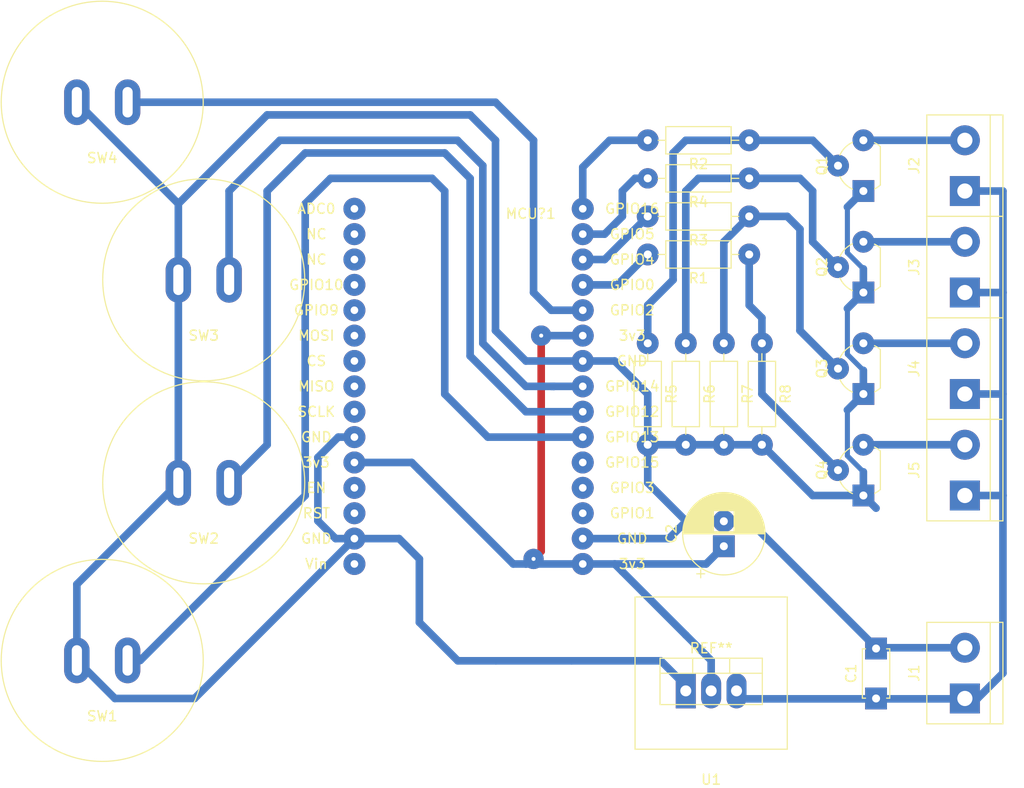
<source format=kicad_pcb>
(kicad_pcb (version 20171130) (host pcbnew 5.1.7-a382d34a8~88~ubuntu18.04.1)

  (general
    (thickness 1.6)
    (drawings 4)
    (tracks 161)
    (zones 0)
    (modules 25)
    (nets 27)
  )

  (page USLetter)
  (title_block
    (title ATEM-Tally+Remote)
    (date 2020-11-29)
    (rev 1)
    (company "Dancing Cloud Services, LLC")
  )

  (layers
    (0 F.Cu signal)
    (31 B.Cu signal)
    (32 B.Adhes user)
    (33 F.Adhes user)
    (34 B.Paste user)
    (35 F.Paste user)
    (36 B.SilkS user)
    (37 F.SilkS user)
    (38 B.Mask user)
    (39 F.Mask user)
    (40 Dwgs.User user)
    (41 Cmts.User user)
    (42 Eco1.User user)
    (43 Eco2.User user)
    (44 Edge.Cuts user)
    (45 Margin user)
    (46 B.CrtYd user)
    (47 F.CrtYd user)
    (48 B.Fab user)
    (49 F.Fab user)
  )

  (setup
    (last_trace_width 0.762)
    (trace_clearance 0.254)
    (zone_clearance 0.508)
    (zone_45_only no)
    (trace_min 0.2)
    (via_size 0.8)
    (via_drill 0.4)
    (via_min_size 0.4)
    (via_min_drill 0.3)
    (uvia_size 0.3)
    (uvia_drill 0.1)
    (uvias_allowed no)
    (uvia_min_size 0.2)
    (uvia_min_drill 0.1)
    (edge_width 0.1)
    (segment_width 0.2)
    (pcb_text_width 0.3)
    (pcb_text_size 1.5 1.5)
    (mod_edge_width 0.15)
    (mod_text_size 1 1)
    (mod_text_width 0.15)
    (pad_size 2.1844 2.1844)
    (pad_drill 0.8)
    (pad_to_mask_clearance 0)
    (aux_axis_origin 0 0)
    (visible_elements FFFFEF7F)
    (pcbplotparams
      (layerselection 0x010fc_ffffffff)
      (usegerberextensions false)
      (usegerberattributes true)
      (usegerberadvancedattributes true)
      (creategerberjobfile true)
      (excludeedgelayer true)
      (linewidth 0.100000)
      (plotframeref false)
      (viasonmask false)
      (mode 1)
      (useauxorigin false)
      (hpglpennumber 1)
      (hpglpenspeed 20)
      (hpglpendiameter 15.000000)
      (psnegative false)
      (psa4output false)
      (plotreference true)
      (plotvalue true)
      (plotinvisibletext false)
      (padsonsilk false)
      (subtractmaskfromsilk false)
      (outputformat 1)
      (mirror false)
      (drillshape 1)
      (scaleselection 1)
      (outputdirectory ""))
  )

  (net 0 "")
  (net 1 GND)
  (net 2 +3V3)
  (net 3 +12V)
  (net 4 "Net-(J2-Pad2)")
  (net 5 "Net-(J3-Pad2)")
  (net 6 "Net-(J4-Pad2)")
  (net 7 "Net-(J5-Pad2)")
  (net 8 "Net-(MCU?1-Pad30)")
  (net 9 "Net-(MCU?1-Pad29)")
  (net 10 "Net-(MCU?1-Pad28)")
  (net 11 "Net-(MCU?1-Pad27)")
  (net 12 "Net-(MCU?1-Pad26)")
  (net 13 "Net-(MCU?1-Pad23)")
  (net 14 "Net-(MCU?1-Pad22)")
  (net 15 "Net-(MCU?1-Pad21)")
  (net 16 "Net-(MCU?1-Pad20)")
  (net 17 "Net-(MCU?1-Pad19)")
  (net 18 "Net-(MCU?1-Pad18)")
  (net 19 "Net-(MCU?1-Pad15)")
  (net 20 "Net-(MCU?1-Pad5)")
  (net 21 "Net-(MCU?1-Pad4)")
  (net 22 "Net-(MCU?1-Pad1)")
  (net 23 "Net-(Q1-Pad2)")
  (net 24 "Net-(Q2-Pad2)")
  (net 25 "Net-(Q3-Pad2)")
  (net 26 "Net-(Q4-Pad2)")

  (net_class Default "This is the default net class."
    (clearance 0.254)
    (trace_width 0.762)
    (via_dia 0.8)
    (via_drill 0.4)
    (uvia_dia 0.3)
    (uvia_drill 0.1)
    (add_net +12V)
    (add_net +3V3)
    (add_net GND)
    (add_net "Net-(J2-Pad2)")
    (add_net "Net-(J3-Pad2)")
    (add_net "Net-(J4-Pad2)")
    (add_net "Net-(J5-Pad2)")
    (add_net "Net-(MCU?1-Pad1)")
    (add_net "Net-(MCU?1-Pad15)")
    (add_net "Net-(MCU?1-Pad18)")
    (add_net "Net-(MCU?1-Pad19)")
    (add_net "Net-(MCU?1-Pad20)")
    (add_net "Net-(MCU?1-Pad21)")
    (add_net "Net-(MCU?1-Pad22)")
    (add_net "Net-(MCU?1-Pad23)")
    (add_net "Net-(MCU?1-Pad26)")
    (add_net "Net-(MCU?1-Pad27)")
    (add_net "Net-(MCU?1-Pad28)")
    (add_net "Net-(MCU?1-Pad29)")
    (add_net "Net-(MCU?1-Pad30)")
    (add_net "Net-(MCU?1-Pad4)")
    (add_net "Net-(MCU?1-Pad5)")
    (add_net "Net-(Q1-Pad2)")
    (add_net "Net-(Q2-Pad2)")
    (add_net "Net-(Q3-Pad2)")
    (add_net "Net-(Q4-Pad2)")
  )

  (module 0_MyFootprints:TO-220-3-Heatsink (layer F.Cu) (tedit 5FC3E577) (tstamp 5FC427E2)
    (at 99.06 127)
    (path /5FCA825F)
    (fp_text reference U1 (at 0 0.5) (layer F.SilkS)
      (effects (font (size 1 1) (thickness 0.15)))
    )
    (fp_text value LD1117S33TR_SOT223 (at 0 -0.5) (layer F.Fab)
      (effects (font (size 1 1) (thickness 0.15)))
    )
    (fp_text user TO-220-3_Vertical (at 0 -5.882) (layer F.Fab)
      (effects (font (size 1 1) (thickness 0.15)))
    )
    (fp_text user REF** (at 0 -12.652) (layer F.SilkS)
      (effects (font (size 1 1) (thickness 0.15)))
    )
    (fp_text user %R (at 0 -12.652) (layer F.Fab)
      (effects (font (size 1 1) (thickness 0.15)))
    )
    (fp_line (start -1.85 -11.532) (end -1.85 -10.262) (layer F.Fab) (width 0.1))
    (fp_line (start 5.25 -11.782) (end -5.25 -11.782) (layer F.CrtYd) (width 0.05))
    (fp_line (start -5.12 -7.011) (end 5.12 -7.011) (layer F.SilkS) (width 0.12))
    (fp_line (start -5.25 -11.782) (end -5.25 -6.872) (layer F.CrtYd) (width 0.05))
    (fp_line (start -5 -10.262) (end 5 -10.262) (layer F.Fab) (width 0.1))
    (fp_line (start 5 -11.532) (end -5 -11.532) (layer F.Fab) (width 0.1))
    (fp_line (start 5.25 -6.872) (end 5.25 -11.782) (layer F.CrtYd) (width 0.05))
    (fp_line (start -5 -7.132) (end 5 -7.132) (layer F.Fab) (width 0.1))
    (fp_line (start -5.25 -6.872) (end 5.25 -6.872) (layer F.CrtYd) (width 0.05))
    (fp_line (start -1.85 -11.652) (end -1.85 -10.142) (layer F.SilkS) (width 0.12))
    (fp_line (start -5.12 -11.652) (end 5.12 -11.652) (layer F.SilkS) (width 0.12))
    (fp_line (start 5.12 -11.652) (end 5.12 -7.011) (layer F.SilkS) (width 0.12))
    (fp_line (start -5.12 -10.142) (end 5.12 -10.142) (layer F.SilkS) (width 0.12))
    (fp_line (start 1.851 -11.652) (end 1.851 -10.142) (layer F.SilkS) (width 0.12))
    (fp_line (start -5 -11.532) (end -5 -7.132) (layer F.Fab) (width 0.1))
    (fp_line (start 5 -7.132) (end 5 -11.532) (layer F.Fab) (width 0.1))
    (fp_line (start 1.85 -11.532) (end 1.85 -10.262) (layer F.Fab) (width 0.1))
    (fp_line (start -5.12 -11.652) (end -5.12 -7.011) (layer F.SilkS) (width 0.12))
    (fp_line (start -7.62 -17.78) (end 7.62 -17.78) (layer F.SilkS) (width 0.12))
    (fp_line (start 7.62 -17.78) (end 7.62 -2.54) (layer F.SilkS) (width 0.12))
    (fp_line (start 7.62 -2.54) (end -7.62 -2.54) (layer F.SilkS) (width 0.12))
    (fp_line (start -7.62 -2.54) (end -7.62 -17.78) (layer F.SilkS) (width 0.12))
    (pad 2 thru_hole oval (at 0 -8.382) (size 2 3.5) (drill 1.1) (layers *.Cu *.Mask)
      (net 2 +3V3))
    (pad 3 thru_hole oval (at 2.54 -8.382) (size 2 3.5) (drill 1.1) (layers *.Cu *.Mask)
      (net 3 +12V))
    (pad 1 thru_hole rect (at -2.54 -8.382) (size 2 3.5) (drill 1.1) (layers *.Cu *.Mask)
      (net 1 GND))
  )

  (module Microcontroller:NodeMCU (layer F.Cu) (tedit 5E7A87F8) (tstamp 5FC42670)
    (at 68.424999 70.354999)
    (path /5FC516D6)
    (fp_text reference MCU?1 (at 12.573 0.5) (layer F.SilkS)
      (effects (font (size 1 1) (thickness 0.15)))
    )
    (fp_text value NodeMCU (at 12.573 -0.5) (layer F.Fab)
      (effects (font (size 1 1) (thickness 0.15)))
    )
    (fp_text user GPIO16 (at 22.733 0) (layer F.SilkS)
      (effects (font (size 1 1) (thickness 0.15)))
    )
    (fp_text user GPIO5 (at 22.733 2.54) (layer F.SilkS)
      (effects (font (size 1 1) (thickness 0.15)))
    )
    (fp_text user GPIO4 (at 22.733 5.08) (layer F.SilkS)
      (effects (font (size 1 1) (thickness 0.15)))
    )
    (fp_text user GPIO0 (at 22.733 7.62) (layer F.SilkS)
      (effects (font (size 1 1) (thickness 0.15)))
    )
    (fp_text user GPIO2 (at 22.733 10.16) (layer F.SilkS)
      (effects (font (size 1 1) (thickness 0.15)))
    )
    (fp_text user 3v3 (at 22.733 12.7) (layer F.SilkS)
      (effects (font (size 1 1) (thickness 0.15)))
    )
    (fp_text user GND (at 22.733 15.24) (layer F.SilkS)
      (effects (font (size 1 1) (thickness 0.15)))
    )
    (fp_text user GPIO14 (at 22.733 17.78) (layer F.SilkS)
      (effects (font (size 1 1) (thickness 0.15)))
    )
    (fp_text user GPIO12 (at 22.733 20.32) (layer F.SilkS)
      (effects (font (size 1 1) (thickness 0.15)))
    )
    (fp_text user GPIO13 (at 22.733 22.86) (layer F.SilkS)
      (effects (font (size 1 1) (thickness 0.15)))
    )
    (fp_text user GPIO15 (at 22.733 25.4) (layer F.SilkS)
      (effects (font (size 1 1) (thickness 0.15)))
    )
    (fp_text user GPIO3 (at 22.733 27.94) (layer F.SilkS)
      (effects (font (size 1 1) (thickness 0.15)))
    )
    (fp_text user GPIO1 (at 22.733 30.48) (layer F.SilkS)
      (effects (font (size 1 1) (thickness 0.15)))
    )
    (fp_text user GND (at 22.733 33.02) (layer F.SilkS)
      (effects (font (size 1 1) (thickness 0.15)))
    )
    (fp_text user 3v3 (at 22.733 35.56) (layer F.SilkS)
      (effects (font (size 1 1) (thickness 0.15)))
    )
    (fp_text user Vin (at -8.89 35.56) (layer F.SilkS)
      (effects (font (size 1 1) (thickness 0.15)))
    )
    (fp_text user GND (at -8.89 33.02) (layer F.SilkS)
      (effects (font (size 1 1) (thickness 0.15)))
    )
    (fp_text user RST (at -8.89 30.48) (layer F.SilkS)
      (effects (font (size 1 1) (thickness 0.15)))
    )
    (fp_text user EN (at -8.89 27.94) (layer F.SilkS)
      (effects (font (size 1 1) (thickness 0.15)))
    )
    (fp_text user 3v3 (at -8.89 25.4) (layer F.SilkS)
      (effects (font (size 1 1) (thickness 0.15)))
    )
    (fp_text user GND (at -8.89 22.86) (layer F.SilkS)
      (effects (font (size 1 1) (thickness 0.15)))
    )
    (fp_text user SCLK (at -8.89 20.32) (layer F.SilkS)
      (effects (font (size 1 1) (thickness 0.15)))
    )
    (fp_text user MISO (at -8.89 17.78) (layer F.SilkS)
      (effects (font (size 1 1) (thickness 0.15)))
    )
    (fp_text user CS (at -8.89 15.24) (layer F.SilkS)
      (effects (font (size 1 1) (thickness 0.15)))
    )
    (fp_text user MOSI (at -8.89 12.7) (layer F.SilkS)
      (effects (font (size 1 1) (thickness 0.15)))
    )
    (fp_text user GPIO9 (at -8.89 10.16) (layer F.SilkS)
      (effects (font (size 1 1) (thickness 0.15)))
    )
    (fp_text user GPIO10 (at -8.89 7.62) (layer F.SilkS)
      (effects (font (size 1 1) (thickness 0.15)))
    )
    (fp_text user NC (at -8.89 5.08) (layer F.SilkS)
      (effects (font (size 1 1) (thickness 0.15)))
    )
    (fp_text user NC (at -8.89 2.54) (layer F.SilkS)
      (effects (font (size 1 1) (thickness 0.15)))
    )
    (fp_text user ADC0 (at -8.89 0) (layer F.SilkS)
      (effects (font (size 1 1) (thickness 0.15)))
    )
    (pad 30 thru_hole circle (at 17.78 0) (size 2.2 2.2) (drill 0.762) (layers *.Cu *.Mask)
      (net 8 "Net-(MCU?1-Pad30)"))
    (pad 29 thru_hole circle (at 17.78 2.54) (size 2.2 2.2) (drill 0.762) (layers *.Cu *.Mask)
      (net 9 "Net-(MCU?1-Pad29)"))
    (pad 28 thru_hole circle (at 17.78 5.08) (size 2.2 2.2) (drill 0.762) (layers *.Cu *.Mask)
      (net 10 "Net-(MCU?1-Pad28)"))
    (pad 27 thru_hole circle (at 17.78 7.62) (size 2.2 2.2) (drill 0.762) (layers *.Cu *.Mask)
      (net 11 "Net-(MCU?1-Pad27)"))
    (pad 26 thru_hole circle (at 17.78 10.16) (size 2.2 2.2) (drill 0.762) (layers *.Cu *.Mask)
      (net 12 "Net-(MCU?1-Pad26)"))
    (pad 25 thru_hole circle (at 17.78 12.7) (size 2.2 2.2) (drill 0.762) (layers *.Cu *.Mask)
      (net 2 +3V3))
    (pad 24 thru_hole circle (at 17.78 15.24) (size 2.2 2.2) (drill 0.762) (layers *.Cu *.Mask)
      (net 1 GND))
    (pad 23 thru_hole circle (at 17.78 17.78) (size 2.2 2.2) (drill 0.762) (layers *.Cu *.Mask)
      (net 13 "Net-(MCU?1-Pad23)"))
    (pad 22 thru_hole circle (at 17.78 20.32) (size 2.2 2.2) (drill 0.762) (layers *.Cu *.Mask)
      (net 14 "Net-(MCU?1-Pad22)"))
    (pad 21 thru_hole circle (at 17.78 22.86) (size 2.2 2.2) (drill 0.762) (layers *.Cu *.Mask)
      (net 15 "Net-(MCU?1-Pad21)"))
    (pad 20 thru_hole circle (at 17.78 25.4) (size 2.2 2.2) (drill 0.762) (layers *.Cu *.Mask)
      (net 16 "Net-(MCU?1-Pad20)"))
    (pad 19 thru_hole circle (at 17.78 27.94) (size 2.2 2.2) (drill 0.762) (layers *.Cu *.Mask)
      (net 17 "Net-(MCU?1-Pad19)"))
    (pad 18 thru_hole circle (at 17.78 30.48) (size 2.2 2.2) (drill 0.762) (layers *.Cu *.Mask)
      (net 18 "Net-(MCU?1-Pad18)"))
    (pad 17 thru_hole circle (at 17.78 33.02) (size 2.2 2.2) (drill 0.762) (layers *.Cu *.Mask)
      (net 1 GND))
    (pad 16 thru_hole circle (at 17.78 35.56) (size 2.2 2.2) (drill 0.762) (layers *.Cu *.Mask)
      (net 2 +3V3))
    (pad 15 thru_hole circle (at -5.08 35.56) (size 2.2 2.2) (drill 0.762) (layers *.Cu *.Mask)
      (net 19 "Net-(MCU?1-Pad15)"))
    (pad 14 thru_hole circle (at -5.08 33.02) (size 2.2 2.2) (drill 0.762) (layers *.Cu *.Mask)
      (net 1 GND))
    (pad 13 thru_hole circle (at -5.08 30.48) (size 2.2 2.2) (drill 0.762) (layers *.Cu *.Mask))
    (pad 12 thru_hole circle (at -5.08 27.94) (size 2.2 2.2) (drill 0.762) (layers *.Cu *.Mask))
    (pad 11 thru_hole circle (at -5.08 25.4) (size 2.2 2.2) (drill 0.762) (layers *.Cu *.Mask)
      (net 2 +3V3))
    (pad 10 thru_hole circle (at -5.08 22.86) (size 2.2 2.2) (drill 0.762) (layers *.Cu *.Mask)
      (net 1 GND))
    (pad 9 thru_hole circle (at -5.08 20.32) (size 2.2 2.2) (drill 0.762) (layers *.Cu *.Mask))
    (pad 8 thru_hole circle (at -5.08 17.78) (size 2.2 2.2) (drill 0.762) (layers *.Cu *.Mask))
    (pad 7 thru_hole circle (at -5.08 15.24) (size 2.2 2.2) (drill 0.762) (layers *.Cu *.Mask))
    (pad 6 thru_hole circle (at -5.08 12.7) (size 2.2 2.2) (drill 0.762) (layers *.Cu *.Mask))
    (pad 5 thru_hole circle (at -5.08 10.16) (size 2.2 2.2) (drill 0.762) (layers *.Cu *.Mask)
      (net 20 "Net-(MCU?1-Pad5)"))
    (pad 4 thru_hole circle (at -5.08 7.62) (size 2.2 2.2) (drill 0.762) (layers *.Cu *.Mask)
      (net 21 "Net-(MCU?1-Pad4)"))
    (pad 3 thru_hole circle (at -5.08 5.08) (size 2.2 2.2) (drill 0.762) (layers *.Cu *.Mask))
    (pad 2 thru_hole circle (at -5.08 2.54) (size 2.2 2.2) (drill 0.762) (layers *.Cu *.Mask))
    (pad 1 thru_hole circle (at -5.08 0) (size 2.2 2.2) (drill 0.762) (layers *.Cu *.Mask)
      (net 22 "Net-(MCU?1-Pad1)"))
  )

  (module 0_MyFootprints:PushButton (layer F.Cu) (tedit 5FC3EA57) (tstamp 5FC42786)
    (at 38.1 120.65)
    (path /5FCEDC67)
    (fp_text reference SW1 (at 0 0.5) (layer F.SilkS)
      (effects (font (size 1 1) (thickness 0.15)))
    )
    (fp_text value SW_Push (at 0 -0.5) (layer F.Fab)
      (effects (font (size 1 1) (thickness 0.15)))
    )
    (fp_circle (center 0 -5.08) (end 9.144 -0.762) (layer F.SilkS) (width 0.12))
    (pad 2 thru_hole oval (at -2.54 -5.08) (size 2.54 4.572) (drill oval 1.016 3.048) (layers *.Cu *.Mask)
      (net 1 GND))
    (pad 1 thru_hole oval (at 2.54 -5.08) (size 2.54 4.572) (drill oval 1.016 3.048) (layers *.Cu *.Mask)
      (net 15 "Net-(MCU?1-Pad21)"))
  )

  (module TerminalBlock:TerminalBlock_bornier-2_P5.08mm (layer F.Cu) (tedit 59FF03AB) (tstamp 5FC425EE)
    (at 124.46 68.58 90)
    (descr "simple 2-pin terminal block, pitch 5.08mm, revamped version of bornier2")
    (tags "terminal block bornier2")
    (path /5FC8840A)
    (fp_text reference J2 (at 2.54 -5.08 90) (layer F.SilkS)
      (effects (font (size 1 1) (thickness 0.15)))
    )
    (fp_text value ToLED (at 2.54 5.08 90) (layer F.Fab)
      (effects (font (size 1 1) (thickness 0.15)))
    )
    (fp_text user %R (at 2.54 0 90) (layer F.Fab)
      (effects (font (size 1 1) (thickness 0.15)))
    )
    (fp_line (start -2.41 2.55) (end 7.49 2.55) (layer F.Fab) (width 0.1))
    (fp_line (start -2.46 -3.75) (end -2.46 3.75) (layer F.Fab) (width 0.1))
    (fp_line (start -2.46 3.75) (end 7.54 3.75) (layer F.Fab) (width 0.1))
    (fp_line (start 7.54 3.75) (end 7.54 -3.75) (layer F.Fab) (width 0.1))
    (fp_line (start 7.54 -3.75) (end -2.46 -3.75) (layer F.Fab) (width 0.1))
    (fp_line (start 7.62 2.54) (end -2.54 2.54) (layer F.SilkS) (width 0.12))
    (fp_line (start 7.62 3.81) (end 7.62 -3.81) (layer F.SilkS) (width 0.12))
    (fp_line (start 7.62 -3.81) (end -2.54 -3.81) (layer F.SilkS) (width 0.12))
    (fp_line (start -2.54 -3.81) (end -2.54 3.81) (layer F.SilkS) (width 0.12))
    (fp_line (start -2.54 3.81) (end 7.62 3.81) (layer F.SilkS) (width 0.12))
    (fp_line (start -2.71 -4) (end 7.79 -4) (layer F.CrtYd) (width 0.05))
    (fp_line (start -2.71 -4) (end -2.71 4) (layer F.CrtYd) (width 0.05))
    (fp_line (start 7.79 4) (end 7.79 -4) (layer F.CrtYd) (width 0.05))
    (fp_line (start 7.79 4) (end -2.71 4) (layer F.CrtYd) (width 0.05))
    (pad 2 thru_hole circle (at 5.08 0 90) (size 3 3) (drill 1.52) (layers *.Cu *.Mask)
      (net 4 "Net-(J2-Pad2)"))
    (pad 1 thru_hole rect (at 0 0 90) (size 3 3) (drill 1.52) (layers *.Cu *.Mask)
      (net 3 +12V))
    (model ${KISYS3DMOD}/TerminalBlock.3dshapes/TerminalBlock_bornier-2_P5.08mm.wrl
      (offset (xyz 2.539999961853027 0 0))
      (scale (xyz 1 1 1))
      (rotate (xyz 0 0 0))
    )
  )

  (module 0_MyFootprints:PushButton (layer F.Cu) (tedit 5FC3EA57) (tstamp 5FC427C8)
    (at 38.1 64.77)
    (path /5FCDC85E)
    (fp_text reference SW4 (at 0 0.5) (layer F.SilkS)
      (effects (font (size 1 1) (thickness 0.15)))
    )
    (fp_text value SW_Push (at 0 -0.5) (layer F.Fab)
      (effects (font (size 1 1) (thickness 0.15)))
    )
    (fp_circle (center 0 -5.08) (end 9.144 -0.762) (layer F.SilkS) (width 0.12))
    (pad 2 thru_hole oval (at -2.54 -5.08) (size 2.54 4.572) (drill oval 1.016 3.048) (layers *.Cu *.Mask)
      (net 1 GND))
    (pad 1 thru_hole oval (at 2.54 -5.08) (size 2.54 4.572) (drill oval 1.016 3.048) (layers *.Cu *.Mask)
      (net 12 "Net-(MCU?1-Pad26)"))
  )

  (module 0_MyFootprints:PushButton (layer F.Cu) (tedit 5FC3EA57) (tstamp 5FC427B2)
    (at 48.26 82.55)
    (path /5FCE8263)
    (fp_text reference SW3 (at 0 0.5) (layer F.SilkS)
      (effects (font (size 1 1) (thickness 0.15)))
    )
    (fp_text value SW_Push (at 0 -0.5) (layer F.Fab)
      (effects (font (size 1 1) (thickness 0.15)))
    )
    (fp_circle (center 0 -5.08) (end 9.144 -0.762) (layer F.SilkS) (width 0.12))
    (pad 2 thru_hole oval (at -2.54 -5.08) (size 2.54 4.572) (drill oval 1.016 3.048) (layers *.Cu *.Mask)
      (net 1 GND))
    (pad 1 thru_hole oval (at 2.54 -5.08) (size 2.54 4.572) (drill oval 1.016 3.048) (layers *.Cu *.Mask)
      (net 13 "Net-(MCU?1-Pad23)"))
  )

  (module 0_MyFootprints:PushButton (layer F.Cu) (tedit 5FC3EA57) (tstamp 5FC4279C)
    (at 48.26 102.87)
    (path /5FCEB048)
    (fp_text reference SW2 (at 0 0.5) (layer F.SilkS)
      (effects (font (size 1 1) (thickness 0.15)))
    )
    (fp_text value SW_Push (at 0 -0.5) (layer F.Fab)
      (effects (font (size 1 1) (thickness 0.15)))
    )
    (fp_circle (center 0 -5.08) (end 9.144 -0.762) (layer F.SilkS) (width 0.12))
    (pad 2 thru_hole oval (at -2.54 -5.08) (size 2.54 4.572) (drill oval 1.016 3.048) (layers *.Cu *.Mask)
      (net 1 GND))
    (pad 1 thru_hole oval (at 2.54 -5.08) (size 2.54 4.572) (drill oval 1.016 3.048) (layers *.Cu *.Mask)
      (net 14 "Net-(MCU?1-Pad22)"))
  )

  (module 0_MyFootprints:TO-92L_Wide (layer F.Cu) (tedit 5E7A9A40) (tstamp 5FC426B8)
    (at 114.3 99.06 90)
    (descr "TO-92L leads in-line (large body variant of TO-92), also known as TO-226, wide, drill 0.75mm (see https://www.diodes.com/assets/Package-Files/TO92L.pdf and http://www.ti.com/lit/an/snoa059/snoa059.pdf)")
    (tags "TO-92L Molded Wide transistor")
    (path /5FC68FFE)
    (fp_text reference Q4 (at 2.55 -4.15 90) (layer F.SilkS)
      (effects (font (size 1 1) (thickness 0.15)))
    )
    (fp_text value 2N7000 (at 2.54 2.79 90) (layer F.Fab)
      (effects (font (size 1 1) (thickness 0.15)))
    )
    (fp_arc (start 2.54 0) (end 4.45 1.7) (angle -15.88591585) (layer F.SilkS) (width 0.12))
    (fp_arc (start 2.54 0) (end 2.54 -2.48) (angle -130.2499344) (layer F.Fab) (width 0.1))
    (fp_arc (start 2.54 0) (end 2.54 -2.48) (angle 129.9527847) (layer F.Fab) (width 0.1))
    (fp_arc (start 2.54 0) (end 3.6 -2.35) (angle 40.72153779) (layer F.SilkS) (width 0.12))
    (fp_arc (start 2.54 0) (end 1.45 -2.35) (angle -40.11670855) (layer F.SilkS) (width 0.12))
    (fp_arc (start 2.54 0) (end 0.6 1.7) (angle 15.44288892) (layer F.SilkS) (width 0.12))
    (fp_text user %R (at 2.55 0.05 90) (layer F.Fab)
      (effects (font (size 1 1) (thickness 0.15)))
    )
    (fp_line (start -1 -3.55) (end -1 1.85) (layer B.CrtYd) (width 0.05))
    (fp_line (start 6.1 -3.55) (end -1 -3.55) (layer B.CrtYd) (width 0.05))
    (fp_line (start 6.1 1.85) (end 6.1 -3.55) (layer B.CrtYd) (width 0.05))
    (fp_line (start -1 1.85) (end 6.1 1.85) (layer B.CrtYd) (width 0.05))
    (fp_line (start 0.6 1.7) (end 4.45 1.7) (layer F.SilkS) (width 0.12))
    (fp_line (start 0.65 1.6) (end 4.4 1.6) (layer F.Fab) (width 0.1))
    (pad 1 thru_hole rect (at 0 0 180) (size 2.1844 2.1844) (drill 0.8) (layers *.Cu *.Mask)
      (net 1 GND))
    (pad 3 thru_hole circle (at 5.08 0 180) (size 2.1844 2.1844) (drill 0.8) (layers *.Cu *.Mask)
      (net 7 "Net-(J5-Pad2)"))
    (pad 2 thru_hole circle (at 2.54 -2.54 180) (size 2.1844 2.1844) (drill 0.8) (layers *.Cu *.Mask)
      (net 26 "Net-(Q4-Pad2)"))
    (model ${KISYS3DMOD}/Package_TO_SOT_THT.3dshapes/TO-92L_Wide.wrl
      (at (xyz 0 0 0))
      (scale (xyz 1 1 1))
      (rotate (xyz 0 0 0))
    )
  )

  (module 0_MyFootprints:TO-92L_Wide (layer F.Cu) (tedit 5E7A9A40) (tstamp 5FC426A6)
    (at 114.3 88.9 90)
    (descr "TO-92L leads in-line (large body variant of TO-92), also known as TO-226, wide, drill 0.75mm (see https://www.diodes.com/assets/Package-Files/TO92L.pdf and http://www.ti.com/lit/an/snoa059/snoa059.pdf)")
    (tags "TO-92L Molded Wide transistor")
    (path /5FC68433)
    (fp_text reference Q3 (at 2.55 -4.15 90) (layer F.SilkS)
      (effects (font (size 1 1) (thickness 0.15)))
    )
    (fp_text value 2N7000 (at 2.54 2.79 90) (layer F.Fab)
      (effects (font (size 1 1) (thickness 0.15)))
    )
    (fp_arc (start 2.54 0) (end 4.45 1.7) (angle -15.88591585) (layer F.SilkS) (width 0.12))
    (fp_arc (start 2.54 0) (end 2.54 -2.48) (angle -130.2499344) (layer F.Fab) (width 0.1))
    (fp_arc (start 2.54 0) (end 2.54 -2.48) (angle 129.9527847) (layer F.Fab) (width 0.1))
    (fp_arc (start 2.54 0) (end 3.6 -2.35) (angle 40.72153779) (layer F.SilkS) (width 0.12))
    (fp_arc (start 2.54 0) (end 1.45 -2.35) (angle -40.11670855) (layer F.SilkS) (width 0.12))
    (fp_arc (start 2.54 0) (end 0.6 1.7) (angle 15.44288892) (layer F.SilkS) (width 0.12))
    (fp_text user %R (at 2.55 0.05 90) (layer F.Fab)
      (effects (font (size 1 1) (thickness 0.15)))
    )
    (fp_line (start -1 -3.55) (end -1 1.85) (layer B.CrtYd) (width 0.05))
    (fp_line (start 6.1 -3.55) (end -1 -3.55) (layer B.CrtYd) (width 0.05))
    (fp_line (start 6.1 1.85) (end 6.1 -3.55) (layer B.CrtYd) (width 0.05))
    (fp_line (start -1 1.85) (end 6.1 1.85) (layer B.CrtYd) (width 0.05))
    (fp_line (start 0.6 1.7) (end 4.45 1.7) (layer F.SilkS) (width 0.12))
    (fp_line (start 0.65 1.6) (end 4.4 1.6) (layer F.Fab) (width 0.1))
    (pad 1 thru_hole rect (at 0 0 180) (size 2.1844 2.1844) (drill 0.8) (layers *.Cu *.Mask)
      (net 1 GND))
    (pad 3 thru_hole circle (at 5.08 0 180) (size 2.1844 2.1844) (drill 0.8) (layers *.Cu *.Mask)
      (net 6 "Net-(J4-Pad2)"))
    (pad 2 thru_hole circle (at 2.54 -2.54 180) (size 2.1844 2.1844) (drill 0.8) (layers *.Cu *.Mask)
      (net 25 "Net-(Q3-Pad2)"))
    (model ${KISYS3DMOD}/Package_TO_SOT_THT.3dshapes/TO-92L_Wide.wrl
      (at (xyz 0 0 0))
      (scale (xyz 1 1 1))
      (rotate (xyz 0 0 0))
    )
  )

  (module 0_MyFootprints:TO-92L_Wide (layer F.Cu) (tedit 5E7A9A40) (tstamp 5FC42694)
    (at 114.3 78.74 90)
    (descr "TO-92L leads in-line (large body variant of TO-92), also known as TO-226, wide, drill 0.75mm (see https://www.diodes.com/assets/Package-Files/TO92L.pdf and http://www.ti.com/lit/an/snoa059/snoa059.pdf)")
    (tags "TO-92L Molded Wide transistor")
    (path /5FC60363)
    (fp_text reference Q2 (at 2.55 -4.15 90) (layer F.SilkS)
      (effects (font (size 1 1) (thickness 0.15)))
    )
    (fp_text value 2N7000 (at 2.54 2.79 90) (layer F.Fab)
      (effects (font (size 1 1) (thickness 0.15)))
    )
    (fp_arc (start 2.54 0) (end 4.45 1.7) (angle -15.88591585) (layer F.SilkS) (width 0.12))
    (fp_arc (start 2.54 0) (end 2.54 -2.48) (angle -130.2499344) (layer F.Fab) (width 0.1))
    (fp_arc (start 2.54 0) (end 2.54 -2.48) (angle 129.9527847) (layer F.Fab) (width 0.1))
    (fp_arc (start 2.54 0) (end 3.6 -2.35) (angle 40.72153779) (layer F.SilkS) (width 0.12))
    (fp_arc (start 2.54 0) (end 1.45 -2.35) (angle -40.11670855) (layer F.SilkS) (width 0.12))
    (fp_arc (start 2.54 0) (end 0.6 1.7) (angle 15.44288892) (layer F.SilkS) (width 0.12))
    (fp_text user %R (at 2.54 -2.54 90) (layer F.Fab)
      (effects (font (size 1 1) (thickness 0.15)))
    )
    (fp_line (start -1 -3.55) (end -1 1.85) (layer B.CrtYd) (width 0.05))
    (fp_line (start 6.1 -3.55) (end -1 -3.55) (layer B.CrtYd) (width 0.05))
    (fp_line (start 6.1 1.85) (end 6.1 -3.55) (layer B.CrtYd) (width 0.05))
    (fp_line (start -1 1.85) (end 6.1 1.85) (layer B.CrtYd) (width 0.05))
    (fp_line (start 0.6 1.7) (end 4.45 1.7) (layer F.SilkS) (width 0.12))
    (fp_line (start 0.65 1.6) (end 4.4 1.6) (layer F.Fab) (width 0.1))
    (pad 1 thru_hole rect (at 0 0 180) (size 2.1844 2.1844) (drill 0.8) (layers *.Cu *.Mask)
      (net 1 GND))
    (pad 3 thru_hole circle (at 5.08 0 180) (size 2.1844 2.1844) (drill 0.8) (layers *.Cu *.Mask)
      (net 5 "Net-(J3-Pad2)"))
    (pad 2 thru_hole circle (at 2.54 -2.54 180) (size 2.1844 2.1844) (drill 0.8) (layers *.Cu *.Mask)
      (net 24 "Net-(Q2-Pad2)"))
    (model ${KISYS3DMOD}/Package_TO_SOT_THT.3dshapes/TO-92L_Wide.wrl
      (at (xyz 0 0 0))
      (scale (xyz 1 1 1))
      (rotate (xyz 0 0 0))
    )
  )

  (module 0_MyFootprints:TO-92L_Wide (layer F.Cu) (tedit 5E7A9A40) (tstamp 5FC42682)
    (at 114.3 68.58 90)
    (descr "TO-92L leads in-line (large body variant of TO-92), also known as TO-226, wide, drill 0.75mm (see https://www.diodes.com/assets/Package-Files/TO92L.pdf and http://www.ti.com/lit/an/snoa059/snoa059.pdf)")
    (tags "TO-92L Molded Wide transistor")
    (path /5FC5269F)
    (fp_text reference Q1 (at 2.55 -4.15 90) (layer F.SilkS)
      (effects (font (size 1 1) (thickness 0.15)))
    )
    (fp_text value 2N7000 (at 2.54 2.79 90) (layer F.Fab)
      (effects (font (size 1 1) (thickness 0.15)))
    )
    (fp_arc (start 2.54 0) (end 4.45 1.7) (angle -15.88591585) (layer F.SilkS) (width 0.12))
    (fp_arc (start 2.54 0) (end 2.54 -2.48) (angle -130.2499344) (layer F.Fab) (width 0.1))
    (fp_arc (start 2.54 0) (end 2.54 -2.48) (angle 129.9527847) (layer F.Fab) (width 0.1))
    (fp_arc (start 2.54 0) (end 3.6 -2.35) (angle 40.72153779) (layer F.SilkS) (width 0.12))
    (fp_arc (start 2.54 0) (end 1.45 -2.35) (angle -40.11670855) (layer F.SilkS) (width 0.12))
    (fp_arc (start 2.54 0) (end 0.6 1.7) (angle 15.44288892) (layer F.SilkS) (width 0.12))
    (fp_text user %R (at 2.55 0.05 90) (layer F.Fab)
      (effects (font (size 1 1) (thickness 0.15)))
    )
    (fp_line (start -1 -3.55) (end -1 1.85) (layer B.CrtYd) (width 0.05))
    (fp_line (start 6.1 -3.55) (end -1 -3.55) (layer B.CrtYd) (width 0.05))
    (fp_line (start 6.1 1.85) (end 6.1 -3.55) (layer B.CrtYd) (width 0.05))
    (fp_line (start -1 1.85) (end 6.1 1.85) (layer B.CrtYd) (width 0.05))
    (fp_line (start 0.6 1.7) (end 4.45 1.7) (layer F.SilkS) (width 0.12))
    (fp_line (start 0.65 1.6) (end 4.4 1.6) (layer F.Fab) (width 0.1))
    (pad 1 thru_hole rect (at 0 0 180) (size 2.1844 2.1844) (drill 0.8) (layers *.Cu *.Mask)
      (net 1 GND))
    (pad 3 thru_hole circle (at 5.08 0 180) (size 2.1844 2.1844) (drill 0.8) (layers *.Cu *.Mask)
      (net 4 "Net-(J2-Pad2)"))
    (pad 2 thru_hole circle (at 2.54 -2.54 180) (size 2.1844 2.1844) (drill 0.8) (layers *.Cu *.Mask)
      (net 23 "Net-(Q1-Pad2)"))
    (model ${KISYS3DMOD}/Package_TO_SOT_THT.3dshapes/TO-92L_Wide.wrl
      (at (xyz 0 0 0))
      (scale (xyz 1 1 1))
      (rotate (xyz 0 0 0))
    )
  )

  (module TerminalBlock:TerminalBlock_bornier-2_P5.08mm (layer F.Cu) (tedit 59FF03AB) (tstamp 5FC42630)
    (at 124.46 99.06 90)
    (descr "simple 2-pin terminal block, pitch 5.08mm, revamped version of bornier2")
    (tags "terminal block bornier2")
    (path /5FC9A397)
    (fp_text reference J5 (at 2.54 -5.08 90) (layer F.SilkS)
      (effects (font (size 1 1) (thickness 0.15)))
    )
    (fp_text value ToLED (at 2.54 5.08 90) (layer F.Fab)
      (effects (font (size 1 1) (thickness 0.15)))
    )
    (fp_text user %R (at 2.54 0 90) (layer F.Fab)
      (effects (font (size 1 1) (thickness 0.15)))
    )
    (fp_line (start -2.41 2.55) (end 7.49 2.55) (layer F.Fab) (width 0.1))
    (fp_line (start -2.46 -3.75) (end -2.46 3.75) (layer F.Fab) (width 0.1))
    (fp_line (start -2.46 3.75) (end 7.54 3.75) (layer F.Fab) (width 0.1))
    (fp_line (start 7.54 3.75) (end 7.54 -3.75) (layer F.Fab) (width 0.1))
    (fp_line (start 7.54 -3.75) (end -2.46 -3.75) (layer F.Fab) (width 0.1))
    (fp_line (start 7.62 2.54) (end -2.54 2.54) (layer F.SilkS) (width 0.12))
    (fp_line (start 7.62 3.81) (end 7.62 -3.81) (layer F.SilkS) (width 0.12))
    (fp_line (start 7.62 -3.81) (end -2.54 -3.81) (layer F.SilkS) (width 0.12))
    (fp_line (start -2.54 -3.81) (end -2.54 3.81) (layer F.SilkS) (width 0.12))
    (fp_line (start -2.54 3.81) (end 7.62 3.81) (layer F.SilkS) (width 0.12))
    (fp_line (start -2.71 -4) (end 7.79 -4) (layer F.CrtYd) (width 0.05))
    (fp_line (start -2.71 -4) (end -2.71 4) (layer F.CrtYd) (width 0.05))
    (fp_line (start 7.79 4) (end 7.79 -4) (layer F.CrtYd) (width 0.05))
    (fp_line (start 7.79 4) (end -2.71 4) (layer F.CrtYd) (width 0.05))
    (pad 2 thru_hole circle (at 5.08 0 90) (size 3 3) (drill 1.52) (layers *.Cu *.Mask)
      (net 7 "Net-(J5-Pad2)"))
    (pad 1 thru_hole rect (at 0 0 90) (size 3 3) (drill 1.52) (layers *.Cu *.Mask)
      (net 3 +12V))
    (model ${KISYS3DMOD}/TerminalBlock.3dshapes/TerminalBlock_bornier-2_P5.08mm.wrl
      (offset (xyz 2.539999961853027 0 0))
      (scale (xyz 1 1 1))
      (rotate (xyz 0 0 0))
    )
  )

  (module TerminalBlock:TerminalBlock_bornier-2_P5.08mm (layer F.Cu) (tedit 59FF03AB) (tstamp 5FC4261A)
    (at 124.46 88.9 90)
    (descr "simple 2-pin terminal block, pitch 5.08mm, revamped version of bornier2")
    (tags "terminal block bornier2")
    (path /5FC9867F)
    (fp_text reference J4 (at 2.54 -5.08 90) (layer F.SilkS)
      (effects (font (size 1 1) (thickness 0.15)))
    )
    (fp_text value ToLED (at 2.54 5.08 90) (layer F.Fab)
      (effects (font (size 1 1) (thickness 0.15)))
    )
    (fp_text user %R (at 2.54 0 90) (layer F.Fab)
      (effects (font (size 1 1) (thickness 0.15)))
    )
    (fp_line (start -2.41 2.55) (end 7.49 2.55) (layer F.Fab) (width 0.1))
    (fp_line (start -2.46 -3.75) (end -2.46 3.75) (layer F.Fab) (width 0.1))
    (fp_line (start -2.46 3.75) (end 7.54 3.75) (layer F.Fab) (width 0.1))
    (fp_line (start 7.54 3.75) (end 7.54 -3.75) (layer F.Fab) (width 0.1))
    (fp_line (start 7.54 -3.75) (end -2.46 -3.75) (layer F.Fab) (width 0.1))
    (fp_line (start 7.62 2.54) (end -2.54 2.54) (layer F.SilkS) (width 0.12))
    (fp_line (start 7.62 3.81) (end 7.62 -3.81) (layer F.SilkS) (width 0.12))
    (fp_line (start 7.62 -3.81) (end -2.54 -3.81) (layer F.SilkS) (width 0.12))
    (fp_line (start -2.54 -3.81) (end -2.54 3.81) (layer F.SilkS) (width 0.12))
    (fp_line (start -2.54 3.81) (end 7.62 3.81) (layer F.SilkS) (width 0.12))
    (fp_line (start -2.71 -4) (end 7.79 -4) (layer F.CrtYd) (width 0.05))
    (fp_line (start -2.71 -4) (end -2.71 4) (layer F.CrtYd) (width 0.05))
    (fp_line (start 7.79 4) (end 7.79 -4) (layer F.CrtYd) (width 0.05))
    (fp_line (start 7.79 4) (end -2.71 4) (layer F.CrtYd) (width 0.05))
    (pad 2 thru_hole circle (at 5.08 0 90) (size 3 3) (drill 1.52) (layers *.Cu *.Mask)
      (net 6 "Net-(J4-Pad2)"))
    (pad 1 thru_hole rect (at 0 0 90) (size 3 3) (drill 1.52) (layers *.Cu *.Mask)
      (net 3 +12V))
    (model ${KISYS3DMOD}/TerminalBlock.3dshapes/TerminalBlock_bornier-2_P5.08mm.wrl
      (offset (xyz 2.539999961853027 0 0))
      (scale (xyz 1 1 1))
      (rotate (xyz 0 0 0))
    )
  )

  (module TerminalBlock:TerminalBlock_bornier-2_P5.08mm (layer F.Cu) (tedit 59FF03AB) (tstamp 5FC42604)
    (at 124.46 78.74 90)
    (descr "simple 2-pin terminal block, pitch 5.08mm, revamped version of bornier2")
    (tags "terminal block bornier2")
    (path /5FC96661)
    (fp_text reference J3 (at 2.54 -5.08 90) (layer F.SilkS)
      (effects (font (size 1 1) (thickness 0.15)))
    )
    (fp_text value ToLED (at 2.54 5.08 90) (layer F.Fab)
      (effects (font (size 1 1) (thickness 0.15)))
    )
    (fp_text user %R (at 2.54 0 90) (layer F.Fab)
      (effects (font (size 1 1) (thickness 0.15)))
    )
    (fp_line (start -2.41 2.55) (end 7.49 2.55) (layer F.Fab) (width 0.1))
    (fp_line (start -2.46 -3.75) (end -2.46 3.75) (layer F.Fab) (width 0.1))
    (fp_line (start -2.46 3.75) (end 7.54 3.75) (layer F.Fab) (width 0.1))
    (fp_line (start 7.54 3.75) (end 7.54 -3.75) (layer F.Fab) (width 0.1))
    (fp_line (start 7.54 -3.75) (end -2.46 -3.75) (layer F.Fab) (width 0.1))
    (fp_line (start 7.62 2.54) (end -2.54 2.54) (layer F.SilkS) (width 0.12))
    (fp_line (start 7.62 3.81) (end 7.62 -3.81) (layer F.SilkS) (width 0.12))
    (fp_line (start 7.62 -3.81) (end -2.54 -3.81) (layer F.SilkS) (width 0.12))
    (fp_line (start -2.54 -3.81) (end -2.54 3.81) (layer F.SilkS) (width 0.12))
    (fp_line (start -2.54 3.81) (end 7.62 3.81) (layer F.SilkS) (width 0.12))
    (fp_line (start -2.71 -4) (end 7.79 -4) (layer F.CrtYd) (width 0.05))
    (fp_line (start -2.71 -4) (end -2.71 4) (layer F.CrtYd) (width 0.05))
    (fp_line (start 7.79 4) (end 7.79 -4) (layer F.CrtYd) (width 0.05))
    (fp_line (start 7.79 4) (end -2.71 4) (layer F.CrtYd) (width 0.05))
    (pad 2 thru_hole circle (at 5.08 0 90) (size 3 3) (drill 1.52) (layers *.Cu *.Mask)
      (net 5 "Net-(J3-Pad2)"))
    (pad 1 thru_hole rect (at 0 0 90) (size 3 3) (drill 1.52) (layers *.Cu *.Mask)
      (net 3 +12V))
    (model ${KISYS3DMOD}/TerminalBlock.3dshapes/TerminalBlock_bornier-2_P5.08mm.wrl
      (offset (xyz 2.539999961853027 0 0))
      (scale (xyz 1 1 1))
      (rotate (xyz 0 0 0))
    )
  )

  (module TerminalBlock:TerminalBlock_bornier-2_P5.08mm (layer F.Cu) (tedit 59FF03AB) (tstamp 5FC425D8)
    (at 124.46 119.38 90)
    (descr "simple 2-pin terminal block, pitch 5.08mm, revamped version of bornier2")
    (tags "terminal block bornier2")
    (path /5FC9C2D6)
    (fp_text reference J1 (at 2.54 -5.08 90) (layer F.SilkS)
      (effects (font (size 1 1) (thickness 0.15)))
    )
    (fp_text value "12 V Power" (at 2.54 5.08 90) (layer F.Fab)
      (effects (font (size 1 1) (thickness 0.15)))
    )
    (fp_text user %R (at 2.54 0 90) (layer F.Fab)
      (effects (font (size 1 1) (thickness 0.15)))
    )
    (fp_line (start -2.41 2.55) (end 7.49 2.55) (layer F.Fab) (width 0.1))
    (fp_line (start -2.46 -3.75) (end -2.46 3.75) (layer F.Fab) (width 0.1))
    (fp_line (start -2.46 3.75) (end 7.54 3.75) (layer F.Fab) (width 0.1))
    (fp_line (start 7.54 3.75) (end 7.54 -3.75) (layer F.Fab) (width 0.1))
    (fp_line (start 7.54 -3.75) (end -2.46 -3.75) (layer F.Fab) (width 0.1))
    (fp_line (start 7.62 2.54) (end -2.54 2.54) (layer F.SilkS) (width 0.12))
    (fp_line (start 7.62 3.81) (end 7.62 -3.81) (layer F.SilkS) (width 0.12))
    (fp_line (start 7.62 -3.81) (end -2.54 -3.81) (layer F.SilkS) (width 0.12))
    (fp_line (start -2.54 -3.81) (end -2.54 3.81) (layer F.SilkS) (width 0.12))
    (fp_line (start -2.54 3.81) (end 7.62 3.81) (layer F.SilkS) (width 0.12))
    (fp_line (start -2.71 -4) (end 7.79 -4) (layer F.CrtYd) (width 0.05))
    (fp_line (start -2.71 -4) (end -2.71 4) (layer F.CrtYd) (width 0.05))
    (fp_line (start 7.79 4) (end 7.79 -4) (layer F.CrtYd) (width 0.05))
    (fp_line (start 7.79 4) (end -2.71 4) (layer F.CrtYd) (width 0.05))
    (pad 2 thru_hole circle (at 5.08 0 90) (size 3 3) (drill 1.52) (layers *.Cu *.Mask)
      (net 1 GND))
    (pad 1 thru_hole rect (at 0 0 90) (size 3 3) (drill 1.52) (layers *.Cu *.Mask)
      (net 3 +12V))
    (model ${KISYS3DMOD}/TerminalBlock.3dshapes/TerminalBlock_bornier-2_P5.08mm.wrl
      (offset (xyz 2.539999961853027 0 0))
      (scale (xyz 1 1 1))
      (rotate (xyz 0 0 0))
    )
  )

  (module Capacitor_THT:C_Disc_D4.7mm_W2.5mm_P5.00mm (layer F.Cu) (tedit 5AE50EF0) (tstamp 5FC42519)
    (at 115.57 119.38 90)
    (descr "C, Disc series, Radial, pin pitch=5.00mm, , diameter*width=4.7*2.5mm^2, Capacitor, http://www.vishay.com/docs/45233/krseries.pdf")
    (tags "C Disc series Radial pin pitch 5.00mm  diameter 4.7mm width 2.5mm Capacitor")
    (path /5FCAB8FC)
    (fp_text reference C1 (at 2.5 -2.5 90) (layer F.SilkS)
      (effects (font (size 1 1) (thickness 0.15)))
    )
    (fp_text value 100nF (at 2.5 2.5 90) (layer F.Fab)
      (effects (font (size 1 1) (thickness 0.15)))
    )
    (fp_text user %R (at 2.54 0 90) (layer F.Fab)
      (effects (font (size 0.94 0.94) (thickness 0.141)))
    )
    (fp_line (start 0.15 -1.25) (end 0.15 1.25) (layer F.Fab) (width 0.1))
    (fp_line (start 0.15 1.25) (end 4.85 1.25) (layer F.Fab) (width 0.1))
    (fp_line (start 4.85 1.25) (end 4.85 -1.25) (layer F.Fab) (width 0.1))
    (fp_line (start 4.85 -1.25) (end 0.15 -1.25) (layer F.Fab) (width 0.1))
    (fp_line (start 0.03 -1.37) (end 4.97 -1.37) (layer F.SilkS) (width 0.12))
    (fp_line (start 0.03 1.37) (end 4.97 1.37) (layer F.SilkS) (width 0.12))
    (fp_line (start 0.03 -1.37) (end 0.03 -1.055) (layer F.SilkS) (width 0.12))
    (fp_line (start 0.03 1.055) (end 0.03 1.37) (layer F.SilkS) (width 0.12))
    (fp_line (start 4.97 -1.37) (end 4.97 -1.055) (layer F.SilkS) (width 0.12))
    (fp_line (start 4.97 1.055) (end 4.97 1.37) (layer F.SilkS) (width 0.12))
    (fp_line (start -1.05 -1.5) (end -1.05 1.5) (layer F.CrtYd) (width 0.05))
    (fp_line (start -1.05 1.5) (end 6.05 1.5) (layer F.CrtYd) (width 0.05))
    (fp_line (start 6.05 1.5) (end 6.05 -1.5) (layer F.CrtYd) (width 0.05))
    (fp_line (start 6.05 -1.5) (end -1.05 -1.5) (layer F.CrtYd) (width 0.05))
    (pad 2 thru_hole rect (at 5 0 90) (size 2.1844 2.1844) (drill 0.8) (layers *.Cu *.Mask)
      (net 1 GND))
    (pad 1 thru_hole rect (at 0 0 90) (size 2.1844 2.1844) (drill 0.8) (layers *.Cu *.Mask)
      (net 3 +12V))
    (model ${KISYS3DMOD}/Capacitor_THT.3dshapes/C_Disc_D4.7mm_W2.5mm_P5.00mm.wrl
      (at (xyz 0 0 0))
      (scale (xyz 1 1 1))
      (rotate (xyz 0 0 0))
    )
  )

  (module Resistor_THT:R_Axial_DIN0207_L6.3mm_D2.5mm_P10.16mm_Horizontal (layer F.Cu) (tedit 5AE5139B) (tstamp 5FC42770)
    (at 104.14 83.82 270)
    (descr "Resistor, Axial_DIN0207 series, Axial, Horizontal, pin pitch=10.16mm, 0.25W = 1/4W, length*diameter=6.3*2.5mm^2, http://cdn-reichelt.de/documents/datenblatt/B400/1_4W%23YAG.pdf")
    (tags "Resistor Axial_DIN0207 series Axial Horizontal pin pitch 10.16mm 0.25W = 1/4W length 6.3mm diameter 2.5mm")
    (path /5FC6900A)
    (fp_text reference R8 (at 5.08 -2.37 90) (layer F.SilkS)
      (effects (font (size 1 1) (thickness 0.15)))
    )
    (fp_text value 100K (at 5.08 2.37 90) (layer F.Fab)
      (effects (font (size 1 1) (thickness 0.15)))
    )
    (fp_text user %R (at 5.08 0 90) (layer F.Fab)
      (effects (font (size 1 1) (thickness 0.15)))
    )
    (fp_line (start 1.93 -1.25) (end 1.93 1.25) (layer F.Fab) (width 0.1))
    (fp_line (start 1.93 1.25) (end 8.23 1.25) (layer F.Fab) (width 0.1))
    (fp_line (start 8.23 1.25) (end 8.23 -1.25) (layer F.Fab) (width 0.1))
    (fp_line (start 8.23 -1.25) (end 1.93 -1.25) (layer F.Fab) (width 0.1))
    (fp_line (start 0 0) (end 1.93 0) (layer F.Fab) (width 0.1))
    (fp_line (start 10.16 0) (end 8.23 0) (layer F.Fab) (width 0.1))
    (fp_line (start 1.81 -1.37) (end 1.81 1.37) (layer F.SilkS) (width 0.12))
    (fp_line (start 1.81 1.37) (end 8.35 1.37) (layer F.SilkS) (width 0.12))
    (fp_line (start 8.35 1.37) (end 8.35 -1.37) (layer F.SilkS) (width 0.12))
    (fp_line (start 8.35 -1.37) (end 1.81 -1.37) (layer F.SilkS) (width 0.12))
    (fp_line (start 1.04 0) (end 1.81 0) (layer F.SilkS) (width 0.12))
    (fp_line (start 9.12 0) (end 8.35 0) (layer F.SilkS) (width 0.12))
    (fp_line (start -1.05 -1.5) (end -1.05 1.5) (layer F.CrtYd) (width 0.05))
    (fp_line (start -1.05 1.5) (end 11.21 1.5) (layer F.CrtYd) (width 0.05))
    (fp_line (start 11.21 1.5) (end 11.21 -1.5) (layer F.CrtYd) (width 0.05))
    (fp_line (start 11.21 -1.5) (end -1.05 -1.5) (layer F.CrtYd) (width 0.05))
    (pad 2 thru_hole circle (at 10.16 0) (size 2.1844 2.1844) (drill 0.8) (layers *.Cu *.Mask)
      (net 1 GND))
    (pad 1 thru_hole circle (at 0 0) (size 2.1844 2.1844) (drill 0.8) (layers *.Cu *.Mask)
      (net 26 "Net-(Q4-Pad2)"))
    (model ${KISYS3DMOD}/Resistor_THT.3dshapes/R_Axial_DIN0207_L6.3mm_D2.5mm_P10.16mm_Horizontal.wrl
      (at (xyz 0 0 0))
      (scale (xyz 1 1 1))
      (rotate (xyz 0 0 0))
    )
  )

  (module Resistor_THT:R_Axial_DIN0207_L6.3mm_D2.5mm_P10.16mm_Horizontal (layer F.Cu) (tedit 5AE5139B) (tstamp 5FC42759)
    (at 100.33 83.82 270)
    (descr "Resistor, Axial_DIN0207 series, Axial, Horizontal, pin pitch=10.16mm, 0.25W = 1/4W, length*diameter=6.3*2.5mm^2, http://cdn-reichelt.de/documents/datenblatt/B400/1_4W%23YAG.pdf")
    (tags "Resistor Axial_DIN0207 series Axial Horizontal pin pitch 10.16mm 0.25W = 1/4W length 6.3mm diameter 2.5mm")
    (path /5FC6843F)
    (fp_text reference R7 (at 5.08 -2.37 90) (layer F.SilkS)
      (effects (font (size 1 1) (thickness 0.15)))
    )
    (fp_text value 100K (at 5.08 2.37 90) (layer F.Fab)
      (effects (font (size 1 1) (thickness 0.15)))
    )
    (fp_text user %R (at 5.08 0 90) (layer F.Fab)
      (effects (font (size 1 1) (thickness 0.15)))
    )
    (fp_line (start 1.93 -1.25) (end 1.93 1.25) (layer F.Fab) (width 0.1))
    (fp_line (start 1.93 1.25) (end 8.23 1.25) (layer F.Fab) (width 0.1))
    (fp_line (start 8.23 1.25) (end 8.23 -1.25) (layer F.Fab) (width 0.1))
    (fp_line (start 8.23 -1.25) (end 1.93 -1.25) (layer F.Fab) (width 0.1))
    (fp_line (start 0 0) (end 1.93 0) (layer F.Fab) (width 0.1))
    (fp_line (start 10.16 0) (end 8.23 0) (layer F.Fab) (width 0.1))
    (fp_line (start 1.81 -1.37) (end 1.81 1.37) (layer F.SilkS) (width 0.12))
    (fp_line (start 1.81 1.37) (end 8.35 1.37) (layer F.SilkS) (width 0.12))
    (fp_line (start 8.35 1.37) (end 8.35 -1.37) (layer F.SilkS) (width 0.12))
    (fp_line (start 8.35 -1.37) (end 1.81 -1.37) (layer F.SilkS) (width 0.12))
    (fp_line (start 1.04 0) (end 1.81 0) (layer F.SilkS) (width 0.12))
    (fp_line (start 9.12 0) (end 8.35 0) (layer F.SilkS) (width 0.12))
    (fp_line (start -1.05 -1.5) (end -1.05 1.5) (layer F.CrtYd) (width 0.05))
    (fp_line (start -1.05 1.5) (end 11.21 1.5) (layer F.CrtYd) (width 0.05))
    (fp_line (start 11.21 1.5) (end 11.21 -1.5) (layer F.CrtYd) (width 0.05))
    (fp_line (start 11.21 -1.5) (end -1.05 -1.5) (layer F.CrtYd) (width 0.05))
    (pad 2 thru_hole circle (at 10.16 0) (size 2.1844 2.1844) (drill 0.8) (layers *.Cu *.Mask)
      (net 1 GND))
    (pad 1 thru_hole circle (at 0 0) (size 2.1844 2.1844) (drill 0.8) (layers *.Cu *.Mask)
      (net 25 "Net-(Q3-Pad2)"))
    (model ${KISYS3DMOD}/Resistor_THT.3dshapes/R_Axial_DIN0207_L6.3mm_D2.5mm_P10.16mm_Horizontal.wrl
      (at (xyz 0 0 0))
      (scale (xyz 1 1 1))
      (rotate (xyz 0 0 0))
    )
  )

  (module Resistor_THT:R_Axial_DIN0207_L6.3mm_D2.5mm_P10.16mm_Horizontal (layer F.Cu) (tedit 5AE5139B) (tstamp 5FC42742)
    (at 96.52 83.82 270)
    (descr "Resistor, Axial_DIN0207 series, Axial, Horizontal, pin pitch=10.16mm, 0.25W = 1/4W, length*diameter=6.3*2.5mm^2, http://cdn-reichelt.de/documents/datenblatt/B400/1_4W%23YAG.pdf")
    (tags "Resistor Axial_DIN0207 series Axial Horizontal pin pitch 10.16mm 0.25W = 1/4W length 6.3mm diameter 2.5mm")
    (path /5FC6036F)
    (fp_text reference R6 (at 5.08 -2.37 90) (layer F.SilkS)
      (effects (font (size 1 1) (thickness 0.15)))
    )
    (fp_text value 100K (at 5.08 2.37 90) (layer F.Fab)
      (effects (font (size 1 1) (thickness 0.15)))
    )
    (fp_text user %R (at 5.08 0 90) (layer F.Fab)
      (effects (font (size 1 1) (thickness 0.15)))
    )
    (fp_line (start 1.93 -1.25) (end 1.93 1.25) (layer F.Fab) (width 0.1))
    (fp_line (start 1.93 1.25) (end 8.23 1.25) (layer F.Fab) (width 0.1))
    (fp_line (start 8.23 1.25) (end 8.23 -1.25) (layer F.Fab) (width 0.1))
    (fp_line (start 8.23 -1.25) (end 1.93 -1.25) (layer F.Fab) (width 0.1))
    (fp_line (start 0 0) (end 1.93 0) (layer F.Fab) (width 0.1))
    (fp_line (start 10.16 0) (end 8.23 0) (layer F.Fab) (width 0.1))
    (fp_line (start 1.81 -1.37) (end 1.81 1.37) (layer F.SilkS) (width 0.12))
    (fp_line (start 1.81 1.37) (end 8.35 1.37) (layer F.SilkS) (width 0.12))
    (fp_line (start 8.35 1.37) (end 8.35 -1.37) (layer F.SilkS) (width 0.12))
    (fp_line (start 8.35 -1.37) (end 1.81 -1.37) (layer F.SilkS) (width 0.12))
    (fp_line (start 1.04 0) (end 1.81 0) (layer F.SilkS) (width 0.12))
    (fp_line (start 9.12 0) (end 8.35 0) (layer F.SilkS) (width 0.12))
    (fp_line (start -1.05 -1.5) (end -1.05 1.5) (layer F.CrtYd) (width 0.05))
    (fp_line (start -1.05 1.5) (end 11.21 1.5) (layer F.CrtYd) (width 0.05))
    (fp_line (start 11.21 1.5) (end 11.21 -1.5) (layer F.CrtYd) (width 0.05))
    (fp_line (start 11.21 -1.5) (end -1.05 -1.5) (layer F.CrtYd) (width 0.05))
    (pad 2 thru_hole circle (at 10.16 0) (size 2.1844 2.1844) (drill 0.8) (layers *.Cu *.Mask)
      (net 1 GND))
    (pad 1 thru_hole circle (at 0 0) (size 2.1844 2.1844) (drill 0.8) (layers *.Cu *.Mask)
      (net 24 "Net-(Q2-Pad2)"))
    (model ${KISYS3DMOD}/Resistor_THT.3dshapes/R_Axial_DIN0207_L6.3mm_D2.5mm_P10.16mm_Horizontal.wrl
      (at (xyz 0 0 0))
      (scale (xyz 1 1 1))
      (rotate (xyz 0 0 0))
    )
  )

  (module Resistor_THT:R_Axial_DIN0207_L6.3mm_D2.5mm_P10.16mm_Horizontal (layer F.Cu) (tedit 5AE5139B) (tstamp 5FC4272B)
    (at 92.71 83.82 270)
    (descr "Resistor, Axial_DIN0207 series, Axial, Horizontal, pin pitch=10.16mm, 0.25W = 1/4W, length*diameter=6.3*2.5mm^2, http://cdn-reichelt.de/documents/datenblatt/B400/1_4W%23YAG.pdf")
    (tags "Resistor Axial_DIN0207 series Axial Horizontal pin pitch 10.16mm 0.25W = 1/4W length 6.3mm diameter 2.5mm")
    (path /5FC56AEE)
    (fp_text reference R5 (at 5.08 -2.37 90) (layer F.SilkS)
      (effects (font (size 1 1) (thickness 0.15)))
    )
    (fp_text value 100K (at 5.08 2.37 90) (layer F.Fab)
      (effects (font (size 1 1) (thickness 0.15)))
    )
    (fp_text user %R (at 5.08 0 270) (layer F.Fab)
      (effects (font (size 1 1) (thickness 0.15)))
    )
    (fp_line (start 1.93 -1.25) (end 1.93 1.25) (layer F.Fab) (width 0.1))
    (fp_line (start 1.93 1.25) (end 8.23 1.25) (layer F.Fab) (width 0.1))
    (fp_line (start 8.23 1.25) (end 8.23 -1.25) (layer F.Fab) (width 0.1))
    (fp_line (start 8.23 -1.25) (end 1.93 -1.25) (layer F.Fab) (width 0.1))
    (fp_line (start 0 0) (end 1.93 0) (layer F.Fab) (width 0.1))
    (fp_line (start 10.16 0) (end 8.23 0) (layer F.Fab) (width 0.1))
    (fp_line (start 1.81 -1.37) (end 1.81 1.37) (layer F.SilkS) (width 0.12))
    (fp_line (start 1.81 1.37) (end 8.35 1.37) (layer F.SilkS) (width 0.12))
    (fp_line (start 8.35 1.37) (end 8.35 -1.37) (layer F.SilkS) (width 0.12))
    (fp_line (start 8.35 -1.37) (end 1.81 -1.37) (layer F.SilkS) (width 0.12))
    (fp_line (start 1.04 0) (end 1.81 0) (layer F.SilkS) (width 0.12))
    (fp_line (start 9.12 0) (end 8.35 0) (layer F.SilkS) (width 0.12))
    (fp_line (start -1.05 -1.5) (end -1.05 1.5) (layer F.CrtYd) (width 0.05))
    (fp_line (start -1.05 1.5) (end 11.21 1.5) (layer F.CrtYd) (width 0.05))
    (fp_line (start 11.21 1.5) (end 11.21 -1.5) (layer F.CrtYd) (width 0.05))
    (fp_line (start 11.21 -1.5) (end -1.05 -1.5) (layer F.CrtYd) (width 0.05))
    (pad 2 thru_hole circle (at 10.16 0) (size 2.1844 2.1844) (drill 0.8) (layers *.Cu *.Mask)
      (net 1 GND))
    (pad 1 thru_hole circle (at 0 0) (size 2.1844 2.1844) (drill 0.8) (layers *.Cu *.Mask)
      (net 23 "Net-(Q1-Pad2)"))
    (model ${KISYS3DMOD}/Resistor_THT.3dshapes/R_Axial_DIN0207_L6.3mm_D2.5mm_P10.16mm_Horizontal.wrl
      (at (xyz 0 0 0))
      (scale (xyz 1 1 1))
      (rotate (xyz 0 0 0))
    )
  )

  (module Resistor_THT:R_Axial_DIN0207_L6.3mm_D2.5mm_P10.16mm_Horizontal (layer F.Cu) (tedit 5FC45B9C) (tstamp 5FC42714)
    (at 102.87 67.31 180)
    (descr "Resistor, Axial_DIN0207 series, Axial, Horizontal, pin pitch=10.16mm, 0.25W = 1/4W, length*diameter=6.3*2.5mm^2, http://cdn-reichelt.de/documents/datenblatt/B400/1_4W%23YAG.pdf")
    (tags "Resistor Axial_DIN0207 series Axial Horizontal pin pitch 10.16mm 0.25W = 1/4W length 6.3mm diameter 2.5mm")
    (path /5FC776B2)
    (fp_text reference R4 (at 5.08 -2.37) (layer F.SilkS)
      (effects (font (size 1 1) (thickness 0.15)))
    )
    (fp_text value 1k (at 5.08 2.37) (layer F.Fab)
      (effects (font (size 1 1) (thickness 0.15)))
    )
    (fp_text user %R (at 5.08 0) (layer F.Fab)
      (effects (font (size 1 1) (thickness 0.15)))
    )
    (fp_line (start 1.93 -1.25) (end 1.93 1.25) (layer F.Fab) (width 0.1))
    (fp_line (start 1.93 1.25) (end 8.23 1.25) (layer F.Fab) (width 0.1))
    (fp_line (start 8.23 1.25) (end 8.23 -1.25) (layer F.Fab) (width 0.1))
    (fp_line (start 8.23 -1.25) (end 1.93 -1.25) (layer F.Fab) (width 0.1))
    (fp_line (start 0 0) (end 1.93 0) (layer F.Fab) (width 0.1))
    (fp_line (start 10.16 0) (end 8.23 0) (layer F.Fab) (width 0.1))
    (fp_line (start 1.81 -1.37) (end 1.81 1.37) (layer F.SilkS) (width 0.12))
    (fp_line (start 1.81 1.37) (end 8.35 1.37) (layer F.SilkS) (width 0.12))
    (fp_line (start 8.35 1.37) (end 8.35 -1.37) (layer F.SilkS) (width 0.12))
    (fp_line (start 8.35 -1.37) (end 1.81 -1.37) (layer F.SilkS) (width 0.12))
    (fp_line (start 1.04 0) (end 1.81 0) (layer F.SilkS) (width 0.12))
    (fp_line (start 9.12 0) (end 8.35 0) (layer F.SilkS) (width 0.12))
    (fp_line (start -1.05 -1.5) (end -1.05 1.5) (layer F.CrtYd) (width 0.05))
    (fp_line (start -1.05 1.5) (end 11.21 1.5) (layer F.CrtYd) (width 0.05))
    (fp_line (start 11.21 1.5) (end 11.21 -1.5) (layer F.CrtYd) (width 0.05))
    (fp_line (start 11.21 -1.5) (end -1.05 -1.5) (layer F.CrtYd) (width 0.05))
    (pad 2 thru_hole oval (at 10.16 0 180) (size 2.032 2.032) (drill 0.8) (layers *.Cu *.Mask)
      (net 9 "Net-(MCU?1-Pad29)"))
    (pad 1 thru_hole circle (at 0 0 270) (size 2.1844 2.1844) (drill 0.8) (layers *.Cu *.Mask)
      (net 24 "Net-(Q2-Pad2)"))
    (model ${KISYS3DMOD}/Resistor_THT.3dshapes/R_Axial_DIN0207_L6.3mm_D2.5mm_P10.16mm_Horizontal.wrl
      (at (xyz 0 0 0))
      (scale (xyz 1 1 1))
      (rotate (xyz 0 0 0))
    )
  )

  (module Resistor_THT:R_Axial_DIN0207_L6.3mm_D2.5mm_P10.16mm_Horizontal (layer F.Cu) (tedit 5AE5139B) (tstamp 5FC426FD)
    (at 102.87 71.12 180)
    (descr "Resistor, Axial_DIN0207 series, Axial, Horizontal, pin pitch=10.16mm, 0.25W = 1/4W, length*diameter=6.3*2.5mm^2, http://cdn-reichelt.de/documents/datenblatt/B400/1_4W%23YAG.pdf")
    (tags "Resistor Axial_DIN0207 series Axial Horizontal pin pitch 10.16mm 0.25W = 1/4W length 6.3mm diameter 2.5mm")
    (path /5FC78199)
    (fp_text reference R3 (at 5.08 -2.37) (layer F.SilkS)
      (effects (font (size 1 1) (thickness 0.15)))
    )
    (fp_text value 1k (at 5.08 2.37) (layer F.Fab)
      (effects (font (size 1 1) (thickness 0.15)))
    )
    (fp_text user %R (at 5.08 0) (layer F.Fab)
      (effects (font (size 1 1) (thickness 0.15)))
    )
    (fp_line (start 1.93 -1.25) (end 1.93 1.25) (layer F.Fab) (width 0.1))
    (fp_line (start 1.93 1.25) (end 8.23 1.25) (layer F.Fab) (width 0.1))
    (fp_line (start 8.23 1.25) (end 8.23 -1.25) (layer F.Fab) (width 0.1))
    (fp_line (start 8.23 -1.25) (end 1.93 -1.25) (layer F.Fab) (width 0.1))
    (fp_line (start 0 0) (end 1.93 0) (layer F.Fab) (width 0.1))
    (fp_line (start 10.16 0) (end 8.23 0) (layer F.Fab) (width 0.1))
    (fp_line (start 1.81 -1.37) (end 1.81 1.37) (layer F.SilkS) (width 0.12))
    (fp_line (start 1.81 1.37) (end 8.35 1.37) (layer F.SilkS) (width 0.12))
    (fp_line (start 8.35 1.37) (end 8.35 -1.37) (layer F.SilkS) (width 0.12))
    (fp_line (start 8.35 -1.37) (end 1.81 -1.37) (layer F.SilkS) (width 0.12))
    (fp_line (start 1.04 0) (end 1.81 0) (layer F.SilkS) (width 0.12))
    (fp_line (start 9.12 0) (end 8.35 0) (layer F.SilkS) (width 0.12))
    (fp_line (start -1.05 -1.5) (end -1.05 1.5) (layer F.CrtYd) (width 0.05))
    (fp_line (start -1.05 1.5) (end 11.21 1.5) (layer F.CrtYd) (width 0.05))
    (fp_line (start 11.21 1.5) (end 11.21 -1.5) (layer F.CrtYd) (width 0.05))
    (fp_line (start 11.21 -1.5) (end -1.05 -1.5) (layer F.CrtYd) (width 0.05))
    (pad 2 thru_hole circle (at 10.16 0 270) (size 2.1844 2.1844) (drill 0.8) (layers *.Cu *.Mask)
      (net 10 "Net-(MCU?1-Pad28)"))
    (pad 1 thru_hole circle (at 0 0 270) (size 2.1844 2.1844) (drill 0.8) (layers *.Cu *.Mask)
      (net 25 "Net-(Q3-Pad2)"))
    (model ${KISYS3DMOD}/Resistor_THT.3dshapes/R_Axial_DIN0207_L6.3mm_D2.5mm_P10.16mm_Horizontal.wrl
      (at (xyz 0 0 0))
      (scale (xyz 1 1 1))
      (rotate (xyz 0 0 0))
    )
  )

  (module Resistor_THT:R_Axial_DIN0207_L6.3mm_D2.5mm_P10.16mm_Horizontal (layer F.Cu) (tedit 5FC45B8F) (tstamp 5FC426E6)
    (at 102.87 63.5 180)
    (descr "Resistor, Axial_DIN0207 series, Axial, Horizontal, pin pitch=10.16mm, 0.25W = 1/4W, length*diameter=6.3*2.5mm^2, http://cdn-reichelt.de/documents/datenblatt/B400/1_4W%23YAG.pdf")
    (tags "Resistor Axial_DIN0207 series Axial Horizontal pin pitch 10.16mm 0.25W = 1/4W length 6.3mm diameter 2.5mm")
    (path /5FC6C238)
    (fp_text reference R2 (at 5.08 -2.37) (layer F.SilkS)
      (effects (font (size 1 1) (thickness 0.15)))
    )
    (fp_text value 1k (at 5.08 2.37) (layer F.Fab)
      (effects (font (size 1 1) (thickness 0.15)))
    )
    (fp_text user %R (at 5.08 0) (layer F.Fab)
      (effects (font (size 1 1) (thickness 0.15)))
    )
    (fp_line (start 1.93 -1.25) (end 1.93 1.25) (layer F.Fab) (width 0.1))
    (fp_line (start 1.93 1.25) (end 8.23 1.25) (layer F.Fab) (width 0.1))
    (fp_line (start 8.23 1.25) (end 8.23 -1.25) (layer F.Fab) (width 0.1))
    (fp_line (start 8.23 -1.25) (end 1.93 -1.25) (layer F.Fab) (width 0.1))
    (fp_line (start 0 0) (end 1.93 0) (layer F.Fab) (width 0.1))
    (fp_line (start 10.16 0) (end 8.23 0) (layer F.Fab) (width 0.1))
    (fp_line (start 1.81 -1.37) (end 1.81 1.37) (layer F.SilkS) (width 0.12))
    (fp_line (start 1.81 1.37) (end 8.35 1.37) (layer F.SilkS) (width 0.12))
    (fp_line (start 8.35 1.37) (end 8.35 -1.37) (layer F.SilkS) (width 0.12))
    (fp_line (start 8.35 -1.37) (end 1.81 -1.37) (layer F.SilkS) (width 0.12))
    (fp_line (start 1.04 0) (end 1.81 0) (layer F.SilkS) (width 0.12))
    (fp_line (start 9.12 0) (end 8.35 0) (layer F.SilkS) (width 0.12))
    (fp_line (start -1.05 -1.5) (end -1.05 1.5) (layer F.CrtYd) (width 0.05))
    (fp_line (start -1.05 1.5) (end 11.21 1.5) (layer F.CrtYd) (width 0.05))
    (fp_line (start 11.21 1.5) (end 11.21 -1.5) (layer F.CrtYd) (width 0.05))
    (fp_line (start 11.21 -1.5) (end -1.05 -1.5) (layer F.CrtYd) (width 0.05))
    (pad 2 thru_hole circle (at 10.16 0 270) (size 2.1844 2.1844) (drill 0.8) (layers *.Cu *.Mask)
      (net 8 "Net-(MCU?1-Pad30)"))
    (pad 1 thru_hole circle (at 0 0 270) (size 2.1844 2.1844) (drill 0.8) (layers *.Cu *.Mask)
      (net 23 "Net-(Q1-Pad2)"))
    (model ${KISYS3DMOD}/Resistor_THT.3dshapes/R_Axial_DIN0207_L6.3mm_D2.5mm_P10.16mm_Horizontal.wrl
      (at (xyz 0 0 0))
      (scale (xyz 1 1 1))
      (rotate (xyz 0 0 0))
    )
  )

  (module Resistor_THT:R_Axial_DIN0207_L6.3mm_D2.5mm_P10.16mm_Horizontal (layer F.Cu) (tedit 5AE5139B) (tstamp 5FC426CF)
    (at 102.87 74.93 180)
    (descr "Resistor, Axial_DIN0207 series, Axial, Horizontal, pin pitch=10.16mm, 0.25W = 1/4W, length*diameter=6.3*2.5mm^2, http://cdn-reichelt.de/documents/datenblatt/B400/1_4W%23YAG.pdf")
    (tags "Resistor Axial_DIN0207 series Axial Horizontal pin pitch 10.16mm 0.25W = 1/4W length 6.3mm diameter 2.5mm")
    (path /5FC7493D)
    (fp_text reference R1 (at 5.08 -2.37) (layer F.SilkS)
      (effects (font (size 1 1) (thickness 0.15)))
    )
    (fp_text value 1k (at 5.08 2.37) (layer F.Fab)
      (effects (font (size 1 1) (thickness 0.15)))
    )
    (fp_text user %R (at 5.08 0) (layer F.Fab)
      (effects (font (size 1 1) (thickness 0.15)))
    )
    (fp_line (start 1.93 -1.25) (end 1.93 1.25) (layer F.Fab) (width 0.1))
    (fp_line (start 1.93 1.25) (end 8.23 1.25) (layer F.Fab) (width 0.1))
    (fp_line (start 8.23 1.25) (end 8.23 -1.25) (layer F.Fab) (width 0.1))
    (fp_line (start 8.23 -1.25) (end 1.93 -1.25) (layer F.Fab) (width 0.1))
    (fp_line (start 0 0) (end 1.93 0) (layer F.Fab) (width 0.1))
    (fp_line (start 10.16 0) (end 8.23 0) (layer F.Fab) (width 0.1))
    (fp_line (start 1.81 -1.37) (end 1.81 1.37) (layer F.SilkS) (width 0.12))
    (fp_line (start 1.81 1.37) (end 8.35 1.37) (layer F.SilkS) (width 0.12))
    (fp_line (start 8.35 1.37) (end 8.35 -1.37) (layer F.SilkS) (width 0.12))
    (fp_line (start 8.35 -1.37) (end 1.81 -1.37) (layer F.SilkS) (width 0.12))
    (fp_line (start 1.04 0) (end 1.81 0) (layer F.SilkS) (width 0.12))
    (fp_line (start 9.12 0) (end 8.35 0) (layer F.SilkS) (width 0.12))
    (fp_line (start -1.05 -1.5) (end -1.05 1.5) (layer F.CrtYd) (width 0.05))
    (fp_line (start -1.05 1.5) (end 11.21 1.5) (layer F.CrtYd) (width 0.05))
    (fp_line (start 11.21 1.5) (end 11.21 -1.5) (layer F.CrtYd) (width 0.05))
    (fp_line (start 11.21 -1.5) (end -1.05 -1.5) (layer F.CrtYd) (width 0.05))
    (pad 2 thru_hole circle (at 10.16 0 270) (size 2.1844 2.1844) (drill 0.8) (layers *.Cu *.Mask)
      (net 11 "Net-(MCU?1-Pad27)"))
    (pad 1 thru_hole circle (at 0 0 270) (size 2.1844 2.1844) (drill 0.8) (layers *.Cu *.Mask)
      (net 26 "Net-(Q4-Pad2)"))
    (model ${KISYS3DMOD}/Resistor_THT.3dshapes/R_Axial_DIN0207_L6.3mm_D2.5mm_P10.16mm_Horizontal.wrl
      (at (xyz 0 0 0))
      (scale (xyz 1 1 1))
      (rotate (xyz 0 0 0))
    )
  )

  (module Capacitor_THT:CP_Radial_D8.0mm_P2.50mm (layer F.Cu) (tedit 5FC45C3F) (tstamp 5FC425C2)
    (at 100.33 104.14 90)
    (descr "CP, Radial series, Radial, pin pitch=2.50mm, , diameter=8mm, Electrolytic Capacitor")
    (tags "CP Radial series Radial pin pitch 2.50mm  diameter 8mm Electrolytic Capacitor")
    (path /5FCAC319)
    (fp_text reference C2 (at 1.25 -5.25 90) (layer F.SilkS)
      (effects (font (size 1 1) (thickness 0.15)))
    )
    (fp_text value 10uF (at 1.25 5.25 90) (layer F.Fab)
      (effects (font (size 1 1) (thickness 0.15)))
    )
    (fp_text user %R (at 1.25 0 90) (layer F.Fab)
      (effects (font (size 1 1) (thickness 0.15)))
    )
    (fp_circle (center 1.25 0) (end 5.25 0) (layer F.Fab) (width 0.1))
    (fp_circle (center 1.25 0) (end 5.37 0) (layer F.SilkS) (width 0.12))
    (fp_circle (center 1.25 0) (end 5.5 0) (layer F.CrtYd) (width 0.05))
    (fp_line (start -2.176759 -1.7475) (end -1.376759 -1.7475) (layer F.Fab) (width 0.1))
    (fp_line (start -1.776759 -2.1475) (end -1.776759 -1.3475) (layer F.Fab) (width 0.1))
    (fp_line (start 1.25 -4.08) (end 1.25 4.08) (layer F.SilkS) (width 0.12))
    (fp_line (start 1.29 -4.08) (end 1.29 4.08) (layer F.SilkS) (width 0.12))
    (fp_line (start 1.33 -4.08) (end 1.33 4.08) (layer F.SilkS) (width 0.12))
    (fp_line (start 1.37 -4.079) (end 1.37 4.079) (layer F.SilkS) (width 0.12))
    (fp_line (start 1.41 -4.077) (end 1.41 4.077) (layer F.SilkS) (width 0.12))
    (fp_line (start 1.45 -4.076) (end 1.45 4.076) (layer F.SilkS) (width 0.12))
    (fp_line (start 1.49 -4.074) (end 1.49 -1.04) (layer F.SilkS) (width 0.12))
    (fp_line (start 1.49 1.04) (end 1.49 4.074) (layer F.SilkS) (width 0.12))
    (fp_line (start 1.53 -4.071) (end 1.53 -1.04) (layer F.SilkS) (width 0.12))
    (fp_line (start 1.53 1.04) (end 1.53 4.071) (layer F.SilkS) (width 0.12))
    (fp_line (start 1.57 -4.068) (end 1.57 -1.04) (layer F.SilkS) (width 0.12))
    (fp_line (start 1.57 1.04) (end 1.57 4.068) (layer F.SilkS) (width 0.12))
    (fp_line (start 1.61 -4.065) (end 1.61 -1.04) (layer F.SilkS) (width 0.12))
    (fp_line (start 1.61 1.04) (end 1.61 4.065) (layer F.SilkS) (width 0.12))
    (fp_line (start 1.65 -4.061) (end 1.65 -1.04) (layer F.SilkS) (width 0.12))
    (fp_line (start 1.65 1.04) (end 1.65 4.061) (layer F.SilkS) (width 0.12))
    (fp_line (start 1.69 -4.057) (end 1.69 -1.04) (layer F.SilkS) (width 0.12))
    (fp_line (start 1.69 1.04) (end 1.69 4.057) (layer F.SilkS) (width 0.12))
    (fp_line (start 1.73 -4.052) (end 1.73 -1.04) (layer F.SilkS) (width 0.12))
    (fp_line (start 1.73 1.04) (end 1.73 4.052) (layer F.SilkS) (width 0.12))
    (fp_line (start 1.77 -4.048) (end 1.77 -1.04) (layer F.SilkS) (width 0.12))
    (fp_line (start 1.77 1.04) (end 1.77 4.048) (layer F.SilkS) (width 0.12))
    (fp_line (start 1.81 -4.042) (end 1.81 -1.04) (layer F.SilkS) (width 0.12))
    (fp_line (start 1.81 1.04) (end 1.81 4.042) (layer F.SilkS) (width 0.12))
    (fp_line (start 1.85 -4.037) (end 1.85 -1.04) (layer F.SilkS) (width 0.12))
    (fp_line (start 1.85 1.04) (end 1.85 4.037) (layer F.SilkS) (width 0.12))
    (fp_line (start 1.89 -4.03) (end 1.89 -1.04) (layer F.SilkS) (width 0.12))
    (fp_line (start 1.89 1.04) (end 1.89 4.03) (layer F.SilkS) (width 0.12))
    (fp_line (start 1.93 -4.024) (end 1.93 -1.04) (layer F.SilkS) (width 0.12))
    (fp_line (start 1.93 1.04) (end 1.93 4.024) (layer F.SilkS) (width 0.12))
    (fp_line (start 1.971 -4.017) (end 1.971 -1.04) (layer F.SilkS) (width 0.12))
    (fp_line (start 1.971 1.04) (end 1.971 4.017) (layer F.SilkS) (width 0.12))
    (fp_line (start 2.011 -4.01) (end 2.011 -1.04) (layer F.SilkS) (width 0.12))
    (fp_line (start 2.011 1.04) (end 2.011 4.01) (layer F.SilkS) (width 0.12))
    (fp_line (start 2.051 -4.002) (end 2.051 -1.04) (layer F.SilkS) (width 0.12))
    (fp_line (start 2.051 1.04) (end 2.051 4.002) (layer F.SilkS) (width 0.12))
    (fp_line (start 2.091 -3.994) (end 2.091 -1.04) (layer F.SilkS) (width 0.12))
    (fp_line (start 2.091 1.04) (end 2.091 3.994) (layer F.SilkS) (width 0.12))
    (fp_line (start 2.131 -3.985) (end 2.131 -1.04) (layer F.SilkS) (width 0.12))
    (fp_line (start 2.131 1.04) (end 2.131 3.985) (layer F.SilkS) (width 0.12))
    (fp_line (start 2.171 -3.976) (end 2.171 -1.04) (layer F.SilkS) (width 0.12))
    (fp_line (start 2.171 1.04) (end 2.171 3.976) (layer F.SilkS) (width 0.12))
    (fp_line (start 2.211 -3.967) (end 2.211 -1.04) (layer F.SilkS) (width 0.12))
    (fp_line (start 2.211 1.04) (end 2.211 3.967) (layer F.SilkS) (width 0.12))
    (fp_line (start 2.251 -3.957) (end 2.251 -1.04) (layer F.SilkS) (width 0.12))
    (fp_line (start 2.251 1.04) (end 2.251 3.957) (layer F.SilkS) (width 0.12))
    (fp_line (start 2.291 -3.947) (end 2.291 -1.04) (layer F.SilkS) (width 0.12))
    (fp_line (start 2.291 1.04) (end 2.291 3.947) (layer F.SilkS) (width 0.12))
    (fp_line (start 2.331 -3.936) (end 2.331 -1.04) (layer F.SilkS) (width 0.12))
    (fp_line (start 2.331 1.04) (end 2.331 3.936) (layer F.SilkS) (width 0.12))
    (fp_line (start 2.371 -3.925) (end 2.371 -1.04) (layer F.SilkS) (width 0.12))
    (fp_line (start 2.371 1.04) (end 2.371 3.925) (layer F.SilkS) (width 0.12))
    (fp_line (start 2.411 -3.914) (end 2.411 -1.04) (layer F.SilkS) (width 0.12))
    (fp_line (start 2.411 1.04) (end 2.411 3.914) (layer F.SilkS) (width 0.12))
    (fp_line (start 2.451 -3.902) (end 2.451 -1.04) (layer F.SilkS) (width 0.12))
    (fp_line (start 2.451 1.04) (end 2.451 3.902) (layer F.SilkS) (width 0.12))
    (fp_line (start 2.491 -3.889) (end 2.491 -1.04) (layer F.SilkS) (width 0.12))
    (fp_line (start 2.491 1.04) (end 2.491 3.889) (layer F.SilkS) (width 0.12))
    (fp_line (start 2.531 -3.877) (end 2.531 -1.04) (layer F.SilkS) (width 0.12))
    (fp_line (start 2.531 1.04) (end 2.531 3.877) (layer F.SilkS) (width 0.12))
    (fp_line (start 2.571 -3.863) (end 2.571 -1.04) (layer F.SilkS) (width 0.12))
    (fp_line (start 2.571 1.04) (end 2.571 3.863) (layer F.SilkS) (width 0.12))
    (fp_line (start 2.611 -3.85) (end 2.611 -1.04) (layer F.SilkS) (width 0.12))
    (fp_line (start 2.611 1.04) (end 2.611 3.85) (layer F.SilkS) (width 0.12))
    (fp_line (start 2.651 -3.835) (end 2.651 -1.04) (layer F.SilkS) (width 0.12))
    (fp_line (start 2.651 1.04) (end 2.651 3.835) (layer F.SilkS) (width 0.12))
    (fp_line (start 2.691 -3.821) (end 2.691 -1.04) (layer F.SilkS) (width 0.12))
    (fp_line (start 2.691 1.04) (end 2.691 3.821) (layer F.SilkS) (width 0.12))
    (fp_line (start 2.731 -3.805) (end 2.731 -1.04) (layer F.SilkS) (width 0.12))
    (fp_line (start 2.731 1.04) (end 2.731 3.805) (layer F.SilkS) (width 0.12))
    (fp_line (start 2.771 -3.79) (end 2.771 -1.04) (layer F.SilkS) (width 0.12))
    (fp_line (start 2.771 1.04) (end 2.771 3.79) (layer F.SilkS) (width 0.12))
    (fp_line (start 2.811 -3.774) (end 2.811 -1.04) (layer F.SilkS) (width 0.12))
    (fp_line (start 2.811 1.04) (end 2.811 3.774) (layer F.SilkS) (width 0.12))
    (fp_line (start 2.851 -3.757) (end 2.851 -1.04) (layer F.SilkS) (width 0.12))
    (fp_line (start 2.851 1.04) (end 2.851 3.757) (layer F.SilkS) (width 0.12))
    (fp_line (start 2.891 -3.74) (end 2.891 -1.04) (layer F.SilkS) (width 0.12))
    (fp_line (start 2.891 1.04) (end 2.891 3.74) (layer F.SilkS) (width 0.12))
    (fp_line (start 2.931 -3.722) (end 2.931 -1.04) (layer F.SilkS) (width 0.12))
    (fp_line (start 2.931 1.04) (end 2.931 3.722) (layer F.SilkS) (width 0.12))
    (fp_line (start 2.971 -3.704) (end 2.971 -1.04) (layer F.SilkS) (width 0.12))
    (fp_line (start 2.971 1.04) (end 2.971 3.704) (layer F.SilkS) (width 0.12))
    (fp_line (start 3.011 -3.686) (end 3.011 -1.04) (layer F.SilkS) (width 0.12))
    (fp_line (start 3.011 1.04) (end 3.011 3.686) (layer F.SilkS) (width 0.12))
    (fp_line (start 3.051 -3.666) (end 3.051 -1.04) (layer F.SilkS) (width 0.12))
    (fp_line (start 3.051 1.04) (end 3.051 3.666) (layer F.SilkS) (width 0.12))
    (fp_line (start 3.091 -3.647) (end 3.091 -1.04) (layer F.SilkS) (width 0.12))
    (fp_line (start 3.091 1.04) (end 3.091 3.647) (layer F.SilkS) (width 0.12))
    (fp_line (start 3.131 -3.627) (end 3.131 -1.04) (layer F.SilkS) (width 0.12))
    (fp_line (start 3.131 1.04) (end 3.131 3.627) (layer F.SilkS) (width 0.12))
    (fp_line (start 3.171 -3.606) (end 3.171 -1.04) (layer F.SilkS) (width 0.12))
    (fp_line (start 3.171 1.04) (end 3.171 3.606) (layer F.SilkS) (width 0.12))
    (fp_line (start 3.211 -3.584) (end 3.211 -1.04) (layer F.SilkS) (width 0.12))
    (fp_line (start 3.211 1.04) (end 3.211 3.584) (layer F.SilkS) (width 0.12))
    (fp_line (start 3.251 -3.562) (end 3.251 -1.04) (layer F.SilkS) (width 0.12))
    (fp_line (start 3.251 1.04) (end 3.251 3.562) (layer F.SilkS) (width 0.12))
    (fp_line (start 3.291 -3.54) (end 3.291 -1.04) (layer F.SilkS) (width 0.12))
    (fp_line (start 3.291 1.04) (end 3.291 3.54) (layer F.SilkS) (width 0.12))
    (fp_line (start 3.331 -3.517) (end 3.331 -1.04) (layer F.SilkS) (width 0.12))
    (fp_line (start 3.331 1.04) (end 3.331 3.517) (layer F.SilkS) (width 0.12))
    (fp_line (start 3.371 -3.493) (end 3.371 -1.04) (layer F.SilkS) (width 0.12))
    (fp_line (start 3.371 1.04) (end 3.371 3.493) (layer F.SilkS) (width 0.12))
    (fp_line (start 3.411 -3.469) (end 3.411 -1.04) (layer F.SilkS) (width 0.12))
    (fp_line (start 3.411 1.04) (end 3.411 3.469) (layer F.SilkS) (width 0.12))
    (fp_line (start 3.451 -3.444) (end 3.451 -1.04) (layer F.SilkS) (width 0.12))
    (fp_line (start 3.451 1.04) (end 3.451 3.444) (layer F.SilkS) (width 0.12))
    (fp_line (start 3.491 -3.418) (end 3.491 -1.04) (layer F.SilkS) (width 0.12))
    (fp_line (start 3.491 1.04) (end 3.491 3.418) (layer F.SilkS) (width 0.12))
    (fp_line (start 3.531 -3.392) (end 3.531 -1.04) (layer F.SilkS) (width 0.12))
    (fp_line (start 3.531 1.04) (end 3.531 3.392) (layer F.SilkS) (width 0.12))
    (fp_line (start 3.571 -3.365) (end 3.571 3.365) (layer F.SilkS) (width 0.12))
    (fp_line (start 3.611 -3.338) (end 3.611 3.338) (layer F.SilkS) (width 0.12))
    (fp_line (start 3.651 -3.309) (end 3.651 3.309) (layer F.SilkS) (width 0.12))
    (fp_line (start 3.691 -3.28) (end 3.691 3.28) (layer F.SilkS) (width 0.12))
    (fp_line (start 3.731 -3.25) (end 3.731 3.25) (layer F.SilkS) (width 0.12))
    (fp_line (start 3.771 -3.22) (end 3.771 3.22) (layer F.SilkS) (width 0.12))
    (fp_line (start 3.811 -3.189) (end 3.811 3.189) (layer F.SilkS) (width 0.12))
    (fp_line (start 3.851 -3.156) (end 3.851 3.156) (layer F.SilkS) (width 0.12))
    (fp_line (start 3.891 -3.124) (end 3.891 3.124) (layer F.SilkS) (width 0.12))
    (fp_line (start 3.931 -3.09) (end 3.931 3.09) (layer F.SilkS) (width 0.12))
    (fp_line (start 3.971 -3.055) (end 3.971 3.055) (layer F.SilkS) (width 0.12))
    (fp_line (start 4.011 -3.019) (end 4.011 3.019) (layer F.SilkS) (width 0.12))
    (fp_line (start 4.051 -2.983) (end 4.051 2.983) (layer F.SilkS) (width 0.12))
    (fp_line (start 4.091 -2.945) (end 4.091 2.945) (layer F.SilkS) (width 0.12))
    (fp_line (start 4.131 -2.907) (end 4.131 2.907) (layer F.SilkS) (width 0.12))
    (fp_line (start 4.171 -2.867) (end 4.171 2.867) (layer F.SilkS) (width 0.12))
    (fp_line (start 4.211 -2.826) (end 4.211 2.826) (layer F.SilkS) (width 0.12))
    (fp_line (start 4.251 -2.784) (end 4.251 2.784) (layer F.SilkS) (width 0.12))
    (fp_line (start 4.291 -2.741) (end 4.291 2.741) (layer F.SilkS) (width 0.12))
    (fp_line (start 4.331 -2.697) (end 4.331 2.697) (layer F.SilkS) (width 0.12))
    (fp_line (start 4.371 -2.651) (end 4.371 2.651) (layer F.SilkS) (width 0.12))
    (fp_line (start 4.411 -2.604) (end 4.411 2.604) (layer F.SilkS) (width 0.12))
    (fp_line (start 4.451 -2.556) (end 4.451 2.556) (layer F.SilkS) (width 0.12))
    (fp_line (start 4.491 -2.505) (end 4.491 2.505) (layer F.SilkS) (width 0.12))
    (fp_line (start 4.531 -2.454) (end 4.531 2.454) (layer F.SilkS) (width 0.12))
    (fp_line (start 4.571 -2.4) (end 4.571 2.4) (layer F.SilkS) (width 0.12))
    (fp_line (start 4.611 -2.345) (end 4.611 2.345) (layer F.SilkS) (width 0.12))
    (fp_line (start 4.651 -2.287) (end 4.651 2.287) (layer F.SilkS) (width 0.12))
    (fp_line (start 4.691 -2.228) (end 4.691 2.228) (layer F.SilkS) (width 0.12))
    (fp_line (start 4.731 -2.166) (end 4.731 2.166) (layer F.SilkS) (width 0.12))
    (fp_line (start 4.771 -2.102) (end 4.771 2.102) (layer F.SilkS) (width 0.12))
    (fp_line (start 4.811 -2.034) (end 4.811 2.034) (layer F.SilkS) (width 0.12))
    (fp_line (start 4.851 -1.964) (end 4.851 1.964) (layer F.SilkS) (width 0.12))
    (fp_line (start 4.891 -1.89) (end 4.891 1.89) (layer F.SilkS) (width 0.12))
    (fp_line (start 4.931 -1.813) (end 4.931 1.813) (layer F.SilkS) (width 0.12))
    (fp_line (start 4.971 -1.731) (end 4.971 1.731) (layer F.SilkS) (width 0.12))
    (fp_line (start 5.011 -1.645) (end 5.011 1.645) (layer F.SilkS) (width 0.12))
    (fp_line (start 5.051 -1.552) (end 5.051 1.552) (layer F.SilkS) (width 0.12))
    (fp_line (start 5.091 -1.453) (end 5.091 1.453) (layer F.SilkS) (width 0.12))
    (fp_line (start 5.131 -1.346) (end 5.131 1.346) (layer F.SilkS) (width 0.12))
    (fp_line (start 5.171 -1.229) (end 5.171 1.229) (layer F.SilkS) (width 0.12))
    (fp_line (start 5.211 -1.098) (end 5.211 1.098) (layer F.SilkS) (width 0.12))
    (fp_line (start 5.251 -0.948) (end 5.251 0.948) (layer F.SilkS) (width 0.12))
    (fp_line (start 5.291 -0.768) (end 5.291 0.768) (layer F.SilkS) (width 0.12))
    (fp_line (start 5.331 -0.533) (end 5.331 0.533) (layer F.SilkS) (width 0.12))
    (fp_line (start -3.159698 -2.315) (end -2.359698 -2.315) (layer F.SilkS) (width 0.12))
    (fp_line (start -2.759698 -2.715) (end -2.759698 -1.915) (layer F.SilkS) (width 0.12))
    (pad 2 thru_hole circle (at 2.5 0 180) (size 2.1844 2.1844) (drill 0.8) (layers *.Cu *.Mask)
      (net 1 GND))
    (pad 1 thru_hole rect (at 0 0 90) (size 2.1844 2.1844) (drill 0.8) (layers *.Cu *.Mask)
      (net 2 +3V3))
    (model ${KISYS3DMOD}/Capacitor_THT.3dshapes/CP_Radial_D8.0mm_P2.50mm.wrl
      (at (xyz 0 0 0))
      (scale (xyz 1 1 1))
      (rotate (xyz 0 0 0))
    )
  )

  (gr_line (start 27.94 49.53) (end 129.54 49.53) (layer Dwgs.User) (width 0.15))
  (gr_line (start 27.94 125.73) (end 27.94 49.53) (layer Dwgs.User) (width 0.15) (tstamp 5FC4A1A6))
  (gr_line (start 129.54 125.73) (end 27.94 125.73) (layer Dwgs.User) (width 0.15))
  (gr_line (start 129.54 49.53) (end 129.54 125.73) (layer Dwgs.User) (width 0.15))

  (segment (start 96.52 118.618) (end 96.52 118.11) (width 0.762) (layer B.Cu) (net 1))
  (segment (start 94.02 115.61) (end 85.09 115.61) (width 0.762) (layer B.Cu) (net 1))
  (segment (start 96.52 118.11) (end 94.02 115.61) (width 0.762) (layer B.Cu) (net 1))
  (segment (start 114.3 76.371702) (end 114.3 78.74) (width 0.762) (layer B.Cu) (net 1))
  (segment (start 112.699799 74.771501) (end 114.3 76.371702) (width 0.508) (layer B.Cu) (net 1))
  (segment (start 112.699799 70.180201) (end 112.699799 74.771501) (width 0.508) (layer B.Cu) (net 1))
  (segment (start 114.3 68.58) (end 112.699799 70.180201) (width 0.762) (layer B.Cu) (net 1))
  (segment (start 114.3 86.531702) (end 114.3 88.9) (width 0.762) (layer B.Cu) (net 1))
  (segment (start 112.699799 84.931501) (end 114.3 86.531702) (width 0.508) (layer B.Cu) (net 1))
  (segment (start 112.699799 80.340201) (end 112.699799 84.931501) (width 0.508) (layer B.Cu) (net 1))
  (segment (start 114.3 78.74) (end 112.699799 80.340201) (width 0.762) (layer B.Cu) (net 1))
  (segment (start 114.3 96.691702) (end 114.3 99.06) (width 0.762) (layer B.Cu) (net 1))
  (segment (start 112.699799 95.091501) (end 114.3 96.691702) (width 0.508) (layer B.Cu) (net 1))
  (segment (start 112.699799 90.500201) (end 112.699799 95.091501) (width 0.508) (layer B.Cu) (net 1))
  (segment (start 114.3 88.9) (end 112.699799 90.500201) (width 0.762) (layer B.Cu) (net 1))
  (segment (start 115.57 100.33) (end 114.3 99.06) (width 0.762) (layer B.Cu) (net 1))
  (segment (start 92.71 93.98) (end 96.52 93.98) (width 0.762) (layer B.Cu) (net 1))
  (segment (start 96.52 93.98) (end 100.33 93.98) (width 0.762) (layer B.Cu) (net 1))
  (segment (start 100.33 93.98) (end 104.14 93.98) (width 0.762) (layer B.Cu) (net 1))
  (segment (start 109.22 99.06) (end 114.3 99.06) (width 0.762) (layer B.Cu) (net 1))
  (segment (start 104.14 93.98) (end 109.22 99.06) (width 0.762) (layer B.Cu) (net 1))
  (segment (start 86.204999 85.594999) (end 89.404999 85.594999) (width 0.762) (layer B.Cu) (net 1))
  (segment (start 89.404999 85.594999) (end 92.71 88.9) (width 0.762) (layer B.Cu) (net 1))
  (segment (start 92.71 88.9) (end 92.71 93.98) (width 0.762) (layer B.Cu) (net 1))
  (segment (start 35.56 115.57) (end 39.37 119.38) (width 0.762) (layer B.Cu) (net 1))
  (segment (start 47.339998 119.38) (end 63.344999 103.374999) (width 0.762) (layer B.Cu) (net 1))
  (segment (start 39.37 119.38) (end 47.339998 119.38) (width 0.762) (layer B.Cu) (net 1))
  (segment (start 35.56 107.95) (end 45.72 97.79) (width 0.762) (layer B.Cu) (net 1))
  (segment (start 35.56 115.57) (end 35.56 107.95) (width 0.762) (layer B.Cu) (net 1))
  (segment (start 45.72 97.79) (end 45.72 77.47) (width 0.762) (layer B.Cu) (net 1))
  (segment (start 45.72 69.85) (end 35.56 59.69) (width 0.762) (layer B.Cu) (net 1))
  (segment (start 45.72 77.47) (end 45.72 69.85) (width 0.762) (layer B.Cu) (net 1))
  (segment (start 54.61 60.96) (end 45.72 69.85) (width 0.762) (layer B.Cu) (net 1))
  (segment (start 74.93 60.96) (end 54.61 60.96) (width 0.762) (layer B.Cu) (net 1))
  (segment (start 77.47 82.55) (end 77.47 63.5) (width 0.762) (layer B.Cu) (net 1))
  (segment (start 77.47 63.5) (end 74.93 60.96) (width 0.762) (layer B.Cu) (net 1))
  (segment (start 86.204999 85.594999) (end 80.514999 85.594999) (width 0.762) (layer B.Cu) (net 1))
  (segment (start 80.514999 85.594999) (end 77.47 82.55) (width 0.762) (layer B.Cu) (net 1))
  (segment (start 63.344999 93.214999) (end 61.725001 93.214999) (width 0.762) (layer B.Cu) (net 1))
  (segment (start 61.725001 93.214999) (end 59.69 95.25) (width 0.762) (layer B.Cu) (net 1))
  (segment (start 59.69 95.25) (end 59.69 101.6) (width 0.762) (layer B.Cu) (net 1))
  (segment (start 61.464999 103.374999) (end 63.344999 103.374999) (width 0.762) (layer B.Cu) (net 1))
  (segment (start 59.69 101.6) (end 61.464999 103.374999) (width 0.762) (layer B.Cu) (net 1))
  (segment (start 63.344999 103.374999) (end 67.814999 103.374999) (width 0.762) (layer B.Cu) (net 1))
  (segment (start 67.814999 103.374999) (end 69.85 105.41) (width 0.762) (layer B.Cu) (net 1))
  (segment (start 69.85 105.41) (end 69.85 111.76) (width 0.762) (layer B.Cu) (net 1))
  (segment (start 69.85 111.76) (end 73.7 115.61) (width 0.762) (layer B.Cu) (net 1))
  (segment (start 77.51 115.61) (end 85.09 115.61) (width 0.762) (layer B.Cu) (net 1))
  (segment (start 73.7 115.61) (end 77.51 115.61) (width 0.762) (layer B.Cu) (net 1))
  (segment (start 124.46 114.3) (end 115.57 114.3) (width 0.762) (layer B.Cu) (net 1))
  (segment (start 102.91 101.64) (end 100.33 101.64) (width 0.762) (layer B.Cu) (net 1))
  (segment (start 115.57 114.3) (end 102.91 101.64) (width 0.762) (layer B.Cu) (net 1))
  (segment (start 96.56 101.64) (end 100.33 101.64) (width 0.762) (layer B.Cu) (net 1))
  (segment (start 92.71 93.98) (end 92.71 97.79) (width 0.762) (layer B.Cu) (net 1))
  (segment (start 92.71 97.79) (end 96.56 101.64) (width 0.762) (layer B.Cu) (net 1))
  (segment (start 94.825001 103.374999) (end 96.56 101.64) (width 0.762) (layer B.Cu) (net 1))
  (segment (start 86.204999 103.374999) (end 94.825001 103.374999) (width 0.762) (layer B.Cu) (net 1))
  (segment (start 99.06 115.57) (end 99.06 118.618) (width 0.762) (layer B.Cu) (net 2))
  (segment (start 99.06 115.57) (end 96.52 113.03) (width 0.762) (layer B.Cu) (net 2))
  (segment (start 86.204999 105.914999) (end 89.404999 105.914999) (width 0.762) (layer B.Cu) (net 2))
  (segment (start 89.404999 105.914999) (end 90.17 106.68) (width 0.762) (layer B.Cu) (net 2))
  (segment (start 90.17 106.68) (end 96.52 113.03) (width 0.762) (layer B.Cu) (net 2))
  (segment (start 63.344999 95.754999) (end 69.084999 95.754999) (width 0.762) (layer B.Cu) (net 2))
  (segment (start 69.084999 95.754999) (end 69.85 96.52) (width 0.762) (layer B.Cu) (net 2))
  (segment (start 69.85 96.52) (end 79.244999 105.914999) (width 0.762) (layer B.Cu) (net 2) (tstamp 5FC4ACEA))
  (via (at 81.28 105.41) (size 2.032) (drill 0.4) (layers F.Cu B.Cu) (net 2))
  (segment (start 86.204999 83.054999) (end 82.045001 83.054999) (width 0.762) (layer B.Cu) (net 2))
  (segment (start 82.045001 83.054999) (end 81.784999 83.054999) (width 0.762) (layer B.Cu) (net 2) (tstamp 5FC4ADED))
  (via (at 82.045001 83.054999) (size 2.032) (drill 0.4) (layers F.Cu B.Cu) (net 2) (status 1000000))
  (segment (start 82.045001 104.644999) (end 81.28 105.41) (width 0.762) (layer F.Cu) (net 2))
  (segment (start 82.045001 83.054999) (end 82.045001 104.644999) (width 0.762) (layer F.Cu) (net 2))
  (segment (start 81.019998 105.41) (end 80.514999 105.914999) (width 0.762) (layer B.Cu) (net 2))
  (segment (start 81.28 105.41) (end 81.019998 105.41) (width 0.762) (layer B.Cu) (net 2))
  (segment (start 79.244999 105.914999) (end 80.514999 105.914999) (width 0.762) (layer B.Cu) (net 2))
  (segment (start 80.514999 105.914999) (end 86.204999 105.914999) (width 0.762) (layer B.Cu) (net 2))
  (segment (start 98.555001 105.914999) (end 100.33 104.14) (width 0.762) (layer B.Cu) (net 2))
  (segment (start 89.404999 105.914999) (end 98.555001 105.914999) (width 0.762) (layer B.Cu) (net 2))
  (segment (start 124.46 119.38) (end 125.73 119.38) (width 0.762) (layer B.Cu) (net 3))
  (segment (start 125.73 119.38) (end 128.27 116.84) (width 0.762) (layer B.Cu) (net 3))
  (segment (start 128.27 116.84) (end 128.27 99.06) (width 0.762) (layer B.Cu) (net 3))
  (segment (start 128.27 99.06) (end 124.46 99.06) (width 0.762) (layer B.Cu) (net 3))
  (segment (start 128.27 68.58) (end 124.46 68.58) (width 0.762) (layer B.Cu) (net 3))
  (segment (start 124.46 78.74) (end 128.27 78.74) (width 0.762) (layer B.Cu) (net 3))
  (segment (start 128.27 99.06) (end 128.27 78.74) (width 0.762) (layer B.Cu) (net 3))
  (segment (start 128.27 78.74) (end 128.27 68.58) (width 0.762) (layer B.Cu) (net 3))
  (segment (start 124.46 88.9) (end 128.27 88.9) (width 0.762) (layer B.Cu) (net 3))
  (segment (start 102.400001 119.418001) (end 101.6 118.618) (width 0.762) (layer B.Cu) (net 3))
  (segment (start 124.421999 119.418001) (end 102.400001 119.418001) (width 0.762) (layer B.Cu) (net 3))
  (segment (start 124.46 119.38) (end 124.421999 119.418001) (width 0.762) (layer B.Cu) (net 3))
  (segment (start 114.3 63.5) (end 124.46 63.5) (width 0.762) (layer B.Cu) (net 4))
  (segment (start 114.3 73.66) (end 124.46 73.66) (width 0.762) (layer B.Cu) (net 5))
  (segment (start 114.3 83.82) (end 124.46 83.82) (width 0.762) (layer B.Cu) (net 6))
  (segment (start 114.3 93.98) (end 124.46 93.98) (width 0.762) (layer B.Cu) (net 7))
  (segment (start 86.204999 70.354999) (end 86.204999 66.195001) (width 0.762) (layer B.Cu) (net 8))
  (segment (start 88.9 63.5) (end 92.71 63.5) (width 0.762) (layer B.Cu) (net 8))
  (segment (start 86.204999 66.195001) (end 88.9 63.5) (width 0.762) (layer B.Cu) (net 8))
  (segment (start 86.204999 72.894999) (end 88.395001 72.894999) (width 0.762) (layer B.Cu) (net 9))
  (segment (start 88.395001 72.894999) (end 90.17 71.12) (width 0.762) (layer B.Cu) (net 9))
  (segment (start 90.17 71.12) (end 90.17 68.58) (width 0.762) (layer B.Cu) (net 9))
  (segment (start 91.44 67.31) (end 92.71 67.31) (width 0.762) (layer B.Cu) (net 9))
  (segment (start 90.17 68.58) (end 91.44 67.31) (width 0.762) (layer B.Cu) (net 9))
  (segment (start 88.395001 75.434999) (end 92.71 71.12) (width 0.762) (layer B.Cu) (net 10))
  (segment (start 86.204999 75.434999) (end 88.395001 75.434999) (width 0.762) (layer B.Cu) (net 10))
  (segment (start 89.665001 77.974999) (end 92.71 74.93) (width 0.762) (layer B.Cu) (net 11))
  (segment (start 86.204999 77.974999) (end 89.665001 77.974999) (width 0.762) (layer B.Cu) (net 11))
  (segment (start 83.054999 80.514999) (end 86.204999 80.514999) (width 0.762) (layer B.Cu) (net 12))
  (segment (start 81.28 63.5) (end 81.28 78.74) (width 0.762) (layer B.Cu) (net 12))
  (segment (start 81.28 78.74) (end 83.054999 80.514999) (width 0.762) (layer B.Cu) (net 12))
  (segment (start 40.64 59.69) (end 77.47 59.69) (width 0.762) (layer B.Cu) (net 12))
  (segment (start 77.47 59.69) (end 81.28 63.5) (width 0.762) (layer B.Cu) (net 12))
  (segment (start 50.8 77.47) (end 50.8 68.58) (width 0.762) (layer B.Cu) (net 13))
  (segment (start 76.2 66.04) (end 76.2 83.82) (width 0.762) (layer B.Cu) (net 13))
  (segment (start 80.514999 88.134999) (end 83.315001 88.134999) (width 0.762) (layer B.Cu) (net 13))
  (segment (start 76.2 83.82) (end 80.514999 88.134999) (width 0.762) (layer B.Cu) (net 13))
  (segment (start 83.054999 88.134999) (end 83.315001 88.134999) (width 0.762) (layer B.Cu) (net 13))
  (segment (start 83.315001 88.134999) (end 86.204999 88.134999) (width 0.762) (layer B.Cu) (net 13))
  (segment (start 76.2 66.04) (end 73.66 63.5) (width 0.762) (layer B.Cu) (net 13))
  (segment (start 73.66 63.5) (end 55.88 63.5) (width 0.762) (layer B.Cu) (net 13))
  (segment (start 55.88 63.5) (end 50.8 68.58) (width 0.762) (layer B.Cu) (net 13))
  (segment (start 86.204999 90.674999) (end 80.514999 90.674999) (width 0.762) (layer B.Cu) (net 14))
  (segment (start 80.514999 90.674999) (end 74.93 85.09) (width 0.762) (layer B.Cu) (net 14))
  (segment (start 74.93 85.09) (end 74.93 67.31) (width 0.762) (layer B.Cu) (net 14))
  (segment (start 74.93 67.31) (end 72.39 64.77) (width 0.762) (layer B.Cu) (net 14))
  (segment (start 72.39 64.77) (end 58.42 64.77) (width 0.762) (layer B.Cu) (net 14))
  (segment (start 58.42 64.77) (end 54.61 68.58) (width 0.762) (layer B.Cu) (net 14))
  (segment (start 54.61 93.98) (end 50.8 97.79) (width 0.762) (layer B.Cu) (net 14))
  (segment (start 54.61 68.58) (end 54.61 93.98) (width 0.762) (layer B.Cu) (net 14))
  (segment (start 76.704999 93.214999) (end 86.204999 93.214999) (width 0.762) (layer B.Cu) (net 15))
  (segment (start 72.39 68.58) (end 72.39 88.9) (width 0.762) (layer B.Cu) (net 15))
  (segment (start 41.91 115.57) (end 58.42 99.06) (width 0.762) (layer B.Cu) (net 15))
  (segment (start 60.96 67.31) (end 71.12 67.31) (width 0.762) (layer B.Cu) (net 15))
  (segment (start 72.39 88.9) (end 76.704999 93.214999) (width 0.762) (layer B.Cu) (net 15))
  (segment (start 40.64 115.57) (end 41.91 115.57) (width 0.762) (layer B.Cu) (net 15))
  (segment (start 58.42 99.06) (end 58.42 69.85) (width 0.762) (layer B.Cu) (net 15))
  (segment (start 58.42 69.85) (end 60.96 67.31) (width 0.762) (layer B.Cu) (net 15))
  (segment (start 71.12 67.31) (end 72.39 68.58) (width 0.762) (layer B.Cu) (net 15))
  (segment (start 92.71 80.01) (end 92.71 83.82) (width 0.762) (layer B.Cu) (net 23))
  (segment (start 95.25 77.47) (end 92.71 80.01) (width 0.762) (layer B.Cu) (net 23))
  (segment (start 95.25 64.77) (end 95.25 77.47) (width 0.762) (layer B.Cu) (net 23))
  (segment (start 102.87 63.5) (end 96.52 63.5) (width 0.762) (layer B.Cu) (net 23))
  (segment (start 96.52 63.5) (end 95.25 64.77) (width 0.762) (layer B.Cu) (net 23))
  (segment (start 109.22 63.5) (end 111.76 66.04) (width 0.762) (layer B.Cu) (net 23))
  (segment (start 102.87 63.5) (end 109.22 63.5) (width 0.762) (layer B.Cu) (net 23))
  (segment (start 102.87 67.31) (end 97.79 67.31) (width 0.762) (layer B.Cu) (net 24))
  (segment (start 96.52 68.58) (end 96.52 83.82) (width 0.762) (layer B.Cu) (net 24))
  (segment (start 97.79 67.31) (end 96.52 68.58) (width 0.762) (layer B.Cu) (net 24))
  (segment (start 102.87 67.31) (end 107.95 67.31) (width 0.762) (layer B.Cu) (net 24))
  (segment (start 107.95 67.31) (end 109.22 68.58) (width 0.762) (layer B.Cu) (net 24))
  (segment (start 109.22 68.58) (end 109.22 73.66) (width 0.762) (layer B.Cu) (net 24))
  (segment (start 109.22 73.66) (end 111.76 76.2) (width 0.762) (layer B.Cu) (net 24))
  (segment (start 102.87 71.12) (end 100.33 73.66) (width 0.762) (layer B.Cu) (net 25))
  (segment (start 100.33 73.66) (end 100.33 83.82) (width 0.762) (layer B.Cu) (net 25))
  (segment (start 102.87 71.12) (end 106.68 71.12) (width 0.762) (layer B.Cu) (net 25))
  (segment (start 106.68 71.12) (end 107.95 72.39) (width 0.762) (layer B.Cu) (net 25))
  (segment (start 107.95 82.55) (end 111.76 86.36) (width 0.762) (layer B.Cu) (net 25))
  (segment (start 107.95 72.39) (end 107.95 82.55) (width 0.762) (layer B.Cu) (net 25))
  (segment (start 102.87 74.93) (end 102.87 80.01) (width 0.762) (layer B.Cu) (net 26))
  (segment (start 102.87 80.01) (end 104.14 81.28) (width 0.762) (layer B.Cu) (net 26))
  (segment (start 104.14 81.28) (end 104.14 83.82) (width 0.762) (layer B.Cu) (net 26))
  (segment (start 104.14 88.9) (end 111.76 96.52) (width 0.762) (layer B.Cu) (net 26))
  (segment (start 104.14 83.82) (end 104.14 88.9) (width 0.762) (layer B.Cu) (net 26))

)

</source>
